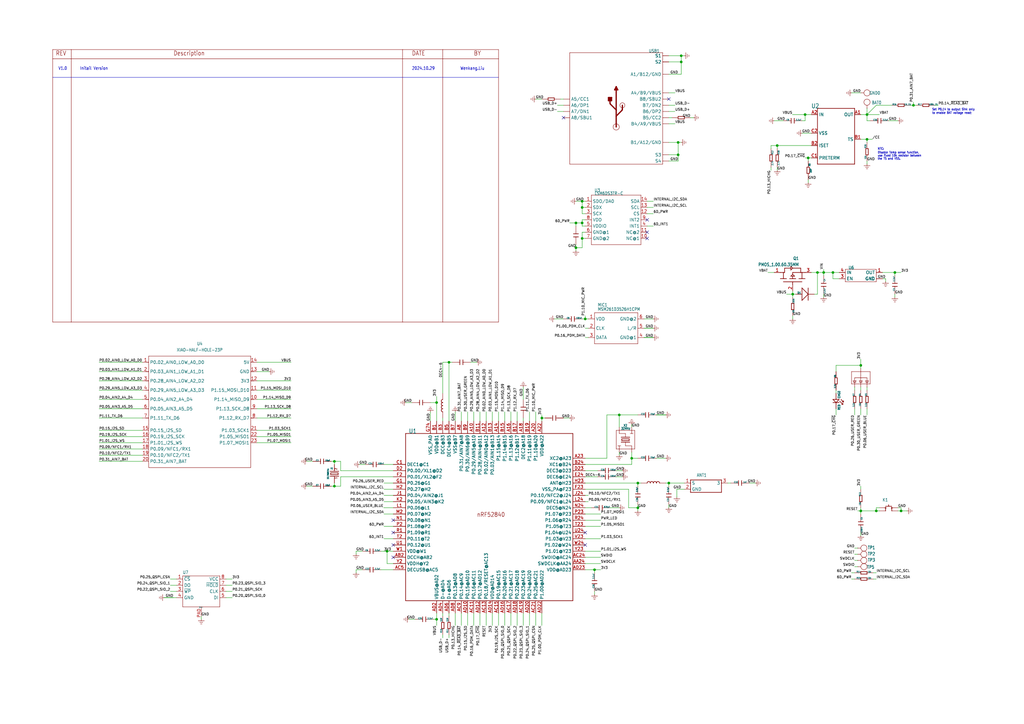
<source format=kicad_sch>
(kicad_sch (version 20231120) (generator "eeschema") (generator_version "8.0")
  (paper "A3")
  (junction (at 325.12 120.65))
  (junction (at 374.65 43.18))
  (junction (at 238.76 91.44))
  (junction (at 179.07 165.1))
  (junction (at 355.6 46.99))
  (junction (at 353.06 209.55))
  (junction (at 353.06 149.86))
  (junction (at 179.07 254))
  (junction (at 331.47 64.77))
  (junction (at 369.57 209.55))
  (junction (at 137.16 199.39))
  (junction (at 184.15 148.59))
  (junction (at 236.22 91.44))
  (junction (at 222.25 171.45))
  (junction (at 367.03 111.76))
  (junction (at 261.62 198.12))
  (junction (at 359.41 209.55))
  (junction (at 254 170.18))
  (junction (at 330.2 46.99))
  (junction (at 240.03 130.81))
  (junction (at 158.75 226.06))
  (junction (at 318.77 59.69))
  (junction (at 278.13 58.42))
  (junction (at 261.62 208.28))
  (junction (at 337.82 111.76))
  (junction (at 238.76 85.09))
  (junction (at 274.32 198.12))
  (junction (at 279.4 25.4))
  (junction (at 335.28 111.76))
  (junction (at 259.08 187.96))
  (junction (at 137.16 189.23))
  (junction (at 341.63 111.76))
  (junction (at 355.6 57.15))
  (junction (at 279.4 22.86))
  (junction (at 278.13 63.5))
  (junction (at 236.22 101.6))
  (junction (at 238.76 82.55))
  (junction (at 243.84 233.68))
  (junction (at 238.76 97.79))
  (no_connect (at 265.43 90.17))
  (no_connect (at 265.43 97.79))
  (no_connect (at 231.14 48.26))
  (no_connect (at 161.29 213.36))
  (no_connect (at 161.29 218.44))
  (no_connect (at 161.29 223.52))
  (no_connect (at 240.03 223.52))
  (no_connect (at 274.32 40.64))
  (no_connect (at 240.03 218.44))
  (no_connect (at 161.29 228.6))
  (no_connect (at 265.43 95.25))
  (wire (pts (xy 44.45 152.4) (xy 58.42 152.4)))
  (wire (pts (xy 40.64 156.21) (xy 58.42 156.21)) (stroke (width 0.1524)))
  (wire (pts (xy 360.68 208.28) (xy 359.41 208.28)) (stroke (width 0.1524)))
  (wire (pts (xy 240.03 220.98) (xy 246.38 220.98)))
  (wire (pts (xy 194.31 251.46) (xy 194.31 256.54)) (stroke (width 0.1524)))
  (wire (pts (xy 353.06 209.55) (xy 351.79 209.55)) (stroke (width 0.1524)))
  (wire (pts (xy 72.39 240.03) (xy 69.85 240.03)) (stroke (width 0.1524)))
  (wire (pts (xy 231.14 40.64) (xy 229.87 40.64)) (stroke (width 0.1524)))
  (wire (pts (xy 240.03 226.06) (xy 246.38 226.06)))
  (wire (pts (xy 355.6 57.15) (xy 355.6 58.42)) (stroke (width 0.1524)))
  (wire (pts (xy 241.3 134.62) (xy 240.03 134.62)))
  (wire (pts (xy 240.03 190.5) (xy 259.08 190.5)) (stroke (width 0.1524)))
  (wire (pts (xy 353.06 151.13) (xy 353.06 149.86)) (stroke (width 0.1524)))
  (wire (pts (xy 186.69 172.72) (xy 186.69 168.91)) (stroke (width 0.1524)))
  (wire (pts (xy 67.31 245.11) (xy 71.12 245.11)))
  (wire (pts (xy 328.93 54.61) (xy 332.74 54.61)) (stroke (width 0.1524)))
  (wire (pts (xy 161.29 215.9) (xy 157.48 215.9)) (stroke (width 0.1524)))
  (wire (pts (xy 201.93 172.72) (xy 201.93 168.91)) (stroke (width 0.1524)))
  (wire (pts (xy 40.64 148.59) (xy 58.42 148.59)) (stroke (width 0.1524)))
  (wire (pts (xy 92.71 245.11) (xy 95.25 245.11)) (stroke (width 0.1524)))
  (wire (pts (xy 240.03 187.96) (xy 248.92 187.96)) (stroke (width 0.1524)))
  (wire (pts (xy 351.79 229.87) (xy 350.52 229.87)) (stroke (width 0.1524)))
  (wire (pts (xy 274.32 30.48) (xy 279.4 30.48)) (stroke (width 0.1524)))
  (wire (pts (xy 181.61 252.73) (xy 181.61 251.46)) (stroke (width 0.1524)))
  (wire (pts (xy 274.32 198.12) (xy 280.67 198.12)) (stroke (width 0.1524)))
  (wire (pts (xy 128.27 189.23) (xy 125.73 189.23)))
  (wire (pts (xy 369.57 209.55) (xy 372.11 209.55)) (stroke (width 0.1524)))
  (wire (pts (xy 240.03 210.82) (xy 246.38 210.82)))
  (wire (pts (xy 105.41 167.64) (xy 119.38 167.64)) (stroke (width 0.1524)))
  (wire (pts (xy 227.33 130.81) (xy 231.14 130.81)) (stroke (width 0.1524)))
  (wire (pts (xy 228.6 45.72) (xy 231.14 45.72)) (stroke (width 0.1524)))
  (wire (pts (xy 222.25 171.45) (xy 222.25 172.72)) (stroke (width 0.1524)))
  (wire (pts (xy 166.37 165.1) (xy 168.91 165.1)) (stroke (width 0.1524)))
  (wire (pts (xy 157.48 190.5) (xy 161.29 190.5)) (stroke (width 0.1524)))
  (wire (pts (xy 279.4 25.4) (xy 279.4 22.86)) (stroke (width 0.1524)))
  (wire (pts (xy 161.29 220.98) (xy 157.48 220.98)) (stroke (width 0.1524)))
  (wire (pts (xy 316.23 68.58) (xy 316.23 69.85)) (stroke (width 0.1524)))
  (wire (pts (xy 238.76 97.79) (xy 238.76 95.25)) (stroke (width 0.1524)))
  (wire (pts (xy 199.39 251.46) (xy 199.39 256.54)) (stroke (width 0.1524)))
  (wire (pts (xy 265.43 85.09) (xy 267.97 85.09)) (stroke (width 0.1524)))
  (wire (pts (xy 196.85 172.72) (xy 196.85 168.91)) (stroke (width 0.1524)))
  (wire (pts (xy 278.13 66.04) (xy 278.13 63.5)) (stroke (width 0.1524)))
  (wire (pts (xy 184.15 172.72) (xy 184.15 148.59)) (stroke (width 0.1524)))
  (wire (pts (xy 358.14 237.49) (xy 359.41 237.49)) (stroke (width 0.1524)))
  (wire (pts (xy 167.64 254) (xy 170.18 254)) (stroke (width 0.1524)))
  (wire (pts (xy 332.74 111.76) (xy 335.28 111.76)) (stroke (width 0.1524)))
  (wire (pts (xy 92.71 240.03) (xy 95.25 240.03)) (stroke (width 0.1524)))
  (wire (pts (xy 361.95 111.76) (xy 367.03 111.76)) (stroke (width 0.1524)))
  (wire (pts (xy 128.27 199.39) (xy 125.73 199.39)))
  (wire (pts (xy 269.24 170.18) (xy 273.05 170.18)))
  (wire (pts (xy 349.25 38.1) (xy 353.06 38.1)) (stroke (width 0.1524)))
  (wire (pts (xy 353.06 160.02) (xy 353.06 158.75)) (stroke (width 0.1524)))
  (wire (pts (xy 240.03 90.17) (xy 238.76 90.17)) (stroke (width 0.1524)))
  (wire (pts (xy 259.08 185.42) (xy 259.08 187.96)) (stroke (width 0.1524)))
  (wire (pts (xy 92.71 237.49) (xy 95.25 237.49)) (stroke (width 0.1524)))
  (wire (pts (xy 238.76 92.71) (xy 240.03 92.71)) (stroke (width 0.1524)))
  (wire (pts (xy 254 208.28) (xy 250.19 208.28)))
  (wire (pts (xy 176.53 172.72) (xy 176.53 168.91)) (stroke (width 0.1524)))
  (wire (pts (xy 353.06 46.99) (xy 355.6 46.99)) (stroke (width 0.1524)))
  (wire (pts (xy 332.74 64.77) (xy 331.47 64.77)) (stroke (width 0.1524)))
  (wire (pts (xy 44.45 160.02) (xy 40.64 160.02)) (stroke (width 0.1524)))
  (wire (pts (xy 355.6 167.64) (xy 355.6 170.18)) (stroke (width 0.1524)))
  (wire (pts (xy 201.93 251.46) (xy 201.93 256.54)) (stroke (width 0.1524)))
  (wire (pts (xy 254 186.69) (xy 254 185.42)) (stroke (width 0.1524)))
  (wire (pts (xy 274.32 58.42) (xy 278.13 58.42)) (stroke (width 0.1524)))
  (wire (pts (xy 204.47 172.72) (xy 204.47 168.91)) (stroke (width 0.1524)))
  (wire (pts (xy 179.07 254) (xy 177.8 254)) (stroke (width 0.1524)))
  (wire (pts (xy 179.07 165.1) (xy 179.07 162.56)) (stroke (width 0.1524)))
  (wire (pts (xy 146.05 226.06) (xy 148.59 226.06)))
  (wire (pts (xy 353.06 200.66) (xy 353.06 199.39)) (stroke (width 0.1524)))
  (wire (pts (xy 179.07 172.72) (xy 179.07 165.1)) (stroke (width 0.1524)))
  (wire (pts (xy 161.29 208.28) (xy 157.353 208.28)) (stroke (width 0.1524)))
  (wire (pts (xy 217.17 256.54) (xy 217.17 251.46)) (stroke (width 0.1524)))
  (wire (pts (xy 238.76 87.63) (xy 238.76 85.09)) (stroke (width 0.1524)))
  (wire (pts (xy 240.03 233.68) (xy 243.84 233.68)) (stroke (width 0.1524)))
  (wire (pts (xy 359.41 43.18) (xy 355.6 46.99)) (stroke (width 0.1524)))
  (wire (pts (xy 367.03 111.76) (xy 369.57 111.76)) (stroke (width 0.1524)))
  (wire (pts (xy 373.38 43.18) (xy 374.65 43.18)) (stroke (width 0.1524)))
  (wire (pts (xy 355.6 46.99) (xy 355.6 44.45)) (stroke (width 0.1524)))
  (wire (pts (xy 383.54 43.18) (xy 384.81 43.18)) (stroke (width 0.1524)))
  (wire (pts (xy 279.4 30.48) (xy 279.4 25.4)) (stroke (width 0.1524)))
  (wire (pts (xy 265.43 92.71) (xy 267.97 92.71)) (stroke (width 0.1524)))
  (wire (pts (xy 40.64 171.45) (xy 58.42 171.45)) (stroke (width 0.1524)))
  (wire (pts (xy 257.81 200.66) (xy 257.81 208.28)) (stroke (width 0.1524)))
  (wire (pts (xy 261.62 208.28) (xy 261.62 207.01)))
  (wire (pts (xy 219.71 172.72) (xy 219.71 168.91)) (stroke (width 0.1524)))
  (wire (pts (xy 105.41 148.59) (xy 119.38 148.59)) (stroke (width 0.1524)))
  (wire (pts (xy 40.64 186.69) (xy 58.42 186.69)) (stroke (width 0.1524)))
  (wire (pts (xy 40.64 184.15) (xy 58.42 184.15)))
  (wire (pts (xy 353.06 219.71) (xy 353.06 218.44)) (stroke (width 0.1524)))
  (wire (pts (xy 236.22 92.71) (xy 236.22 91.44)) (stroke (width 0.1524)))
  (wire (pts (xy 355.6 57.15) (xy 357.759 57.15)) (stroke (width 0.1524)))
  (wire (pts (xy 238.76 82.55) (xy 240.03 82.55)))
  (wire (pts (xy 359.41 209.55) (xy 360.68 209.55)) (stroke (width 0.1524)))
  (wire (pts (xy 325.12 119.38) (xy 325.12 120.65)) (stroke (width 0.1524)))
  (wire (pts (xy 156.21 226.06) (xy 158.75 226.06)) (stroke (width 0.1524)))
  (wire (pts (xy 350.52 237.49) (xy 349.25 237.49)) (stroke (width 0.1524)))
  (wire (pts (xy 259.08 175.26) (xy 259.08 173.99)))
  (wire (pts (xy 274.32 45.72) (xy 276.86 45.72)) (stroke (width 0.1524)))
  (wire (pts (xy 223.52 171.45) (xy 222.25 171.45)) (stroke (width 0.1524)))
  (wire (pts (xy 137.16 189.23) (xy 137.16 190.5)) (stroke (width 0.1524)))
  (wire (pts (xy 254 175.26) (xy 254 170.18)) (stroke (width 0.1524)))
  (wire (pts (xy 240.03 198.12) (xy 261.62 198.12)) (stroke (width 0.1524)))
  (wire (pts (xy 181.61 172.72) (xy 181.61 171.45)) (stroke (width 0.1524)))
  (wire (pts (xy 161.29 198.12) (xy 157.48 198.12)) (stroke (width 0.1524)))
  (wire (pts (xy 219.71 40.64) (xy 222.25 40.64)))
  (wire (pts (xy 189.23 172.72) (xy 189.23 168.91)) (stroke (width 0.1524)))
  (wire (pts (xy 212.09 251.46) (xy 212.09 256.54)) (stroke (width 0.1524)))
  (wire (pts (xy 236.22 101.6) (xy 236.22 102.87)) (stroke (width 0.1524)))
  (wire (pts (xy 240.03 87.63) (xy 238.76 87.63)) (stroke (width 0.1524)))
  (wire (pts (xy 92.71 242.57) (xy 95.25 242.57)) (stroke (width 0.1524)))
  (wire (pts (xy 105.41 176.53) (xy 119.38 176.53)))
  (wire (pts (xy 161.29 193.04) (xy 139.7 193.04)) (stroke (width 0.1524)))
  (wire (pts (xy 264.16 138.43) (xy 267.97 138.43)) (stroke (width 0.1524)))
  (wire (pts (xy 274.32 22.86) (xy 279.4 22.86)) (stroke (width 0.1524)))
  (wire (pts (xy 179.07 254) (xy 179.07 256.54)) (stroke (width 0.1524)))
  (wire (pts (xy 105.41 163.83) (xy 119.38 163.83)) (stroke (width 0.1524)))
  (wire (pts (xy 135.89 199.39) (xy 137.16 199.39)) (stroke (width 0.1524)))
  (wire (pts (xy 334.01 120.65) (xy 335.28 120.65)) (stroke (width 0.1524)))
  (wire (pts (xy 135.89 189.23) (xy 137.16 189.23)) (stroke (width 0.1524)))
  (wire (pts (xy 317.5 111.76) (xy 314.96 111.76)) (stroke (width 0.1524)))
  (wire (pts (xy 222.25 171.45) (xy 222.25 170.18)) (stroke (width 0.1524)))
  (wire (pts (xy 265.43 82.55) (xy 267.97 82.55)) (stroke (width 0.1524)))
  (wire (pts (xy 40.64 176.53) (xy 58.42 176.53)))
  (wire (pts (xy 356.87 49.53) (xy 355.6 49.53)) (stroke (width 0.1524)))
  (wire (pts (xy 161.29 231.14) (xy 158.75 231.14)) (stroke (width 0.1524)))
  (wire (pts (xy 337.82 113.03) (xy 337.82 111.76)) (stroke (width 0.1524)))
  (wire (pts (xy 179.07 165.1) (xy 176.53 165.1)) (stroke (width 0.1524)))
  (wire (pts (xy 240.03 195.58) (xy 245.11 195.58)) (stroke (width 0.1524)))
  (wire (pts (xy 236.22 91.44) (xy 233.68 91.44)) (stroke (width 0.1524)))
  (wire (pts (xy 209.55 256.54) (xy 209.55 251.46)) (stroke (width 0.1524)))
  (wire (pts (xy 342.9 161.29) (xy 342.9 160.02)) (stroke (width 0.1524)))
  (wire (pts (xy 353.06 167.64) (xy 353.06 170.18)) (stroke (width 0.1524)))
  (wire (pts (xy 318.77 59.69) (xy 316.23 59.69)) (stroke (width 0.1524)))
  (wire (pts (xy 236.22 82.55) (xy 238.76 82.55)))
  (wire (pts (xy 261.62 208.28) (xy 261.62 209.55)) (stroke (width 0.1524)))
  (wire (pts (xy 207.01 172.72) (xy 207.01 168.91)) (stroke (width 0.1524)))
  (wire (pts (xy 359.41 209.55) (xy 359.41 208.28)) (stroke (width 0.1524)))
  (wire (pts (xy 325.12 120.65) (xy 325.12 121.92)) (stroke (width 0.1524)))
  (wire (pts (xy 259.08 190.5) (xy 259.08 187.96)) (stroke (width 0.1524)))
  (wire (pts (xy 191.77 172.72) (xy 191.77 168.91)) (stroke (width 0.1524)))
  (wire (pts (xy 369.57 209.55) (xy 368.3 209.55)) (stroke (width 0.1524)))
  (wire (pts (xy 353.06 57.15) (xy 355.6 57.15)) (stroke (width 0.1524)))
  (wire (pts (xy 161.29 200.66) (xy 157.48 200.66)) (stroke (width 0.1524)))
  (wire (pts (xy 358.14 234.95) (xy 359.41 234.95)) (stroke (width 0.1524)))
  (wire (pts (xy 209.55 172.72) (xy 209.55 168.91)) (stroke (width 0.1524)))
  (wire (pts (xy 161.29 210.82) (xy 157.48 210.82)) (stroke (width 0.1524)))
  (wire (pts (xy 363.22 114.3) (xy 361.95 114.3)))
  (wire (pts (xy 44.45 167.64) (xy 40.64 167.64)) (stroke (width 0.1524)))
  (wire (pts (xy 274.32 48.26) (xy 275.59 48.26)) (stroke (width 0.1524)))
  (wire (pts (xy 351.79 224.79) (xy 350.52 224.79)) (stroke (width 0.1524)))
  (wire (pts (xy 158.75 226.06) (xy 158.75 231.14)) (stroke (width 0.1524)))
  (wire (pts (xy 105.41 160.02) (xy 119.38 160.02)) (stroke (width 0.1524)))
  (wire (pts (xy 139.7 195.58) (xy 139.7 199.39)) (stroke (width 0.1524)))
  (wire (pts (xy 212.09 172.72) (xy 212.09 168.91)) (stroke (width 0.1524)))
  (wire (pts (xy 355.6 46.99) (xy 360.68 46.99)) (stroke (width 0.1524)))
  (wire (pts (xy 325.12 120.65) (xy 322.58 120.65)) (stroke (width 0.1524)))
  (wire (pts (xy 335.28 111.76) (xy 337.82 111.76)) (stroke (width 0.1524)))
  (wire (pts (xy 82.55 252.73) (xy 82.55 254)) (stroke (width 0.1524)))
  (wire (pts (xy 363.22 114.3) (xy 363.22 115.57)) (stroke (width 0.1524)))
  (wire (pts (xy 44.45 160.02) (xy 58.42 160.02)))
  (wire (pts (xy 337.82 111.76) (xy 341.63 111.76)) (stroke (width 0.1524)))
  (wire (pts (xy 299.72 198.12) (xy 298.45 198.12)))
  (wire (pts (xy 355.6 160.02) (xy 355.6 158.75)) (stroke (width 0.1524)))
  (wire (pts (xy 325.12 129.54) (xy 325.12 130.81)) (stroke (width 0.1524)))
  (wire (pts (xy 181.61 161.29) (xy 181.61 148.59)) (stroke (width 0.1524)))
  (wire (pts (xy 193.04 148.59) (xy 195.58 148.59)) (stroke (width 0.1524)))
  (wire (pts (xy 316.23 59.69) (xy 316.23 60.96)) (stroke (width 0.1524)))
  (wire (pts (xy 257.81 208.28) (xy 261.62 208.28)) (stroke (width 0.1524)))
  (wire (pts (xy 238.76 91.44) (xy 238.76 92.71)) (stroke (width 0.1524)))
  (wire (pts (xy 161.29 205.74) (xy 157.48 205.74)) (stroke (width 0.1524)))
  (wire (pts (xy 330.2 49.53) (xy 330.2 46.99)) (stroke (width 0.1524)))
  (wire (pts (xy 179.07 251.46) (xy 179.07 254)) (stroke (width 0.1524)))
  (wire (pts (xy 194.31 172.72) (xy 194.31 168.91)) (stroke (width 0.1524)))
  (wire (pts (xy 184.15 260.35) (xy 184.15 261.62)) (stroke (width 0.1524)))
  (wire (pts (xy 317.5 49.53) (xy 321.31 49.53)))
  (wire (pts (xy 139.7 199.39) (xy 137.16 199.39)) (stroke (width 0.1524)))
  (wire (pts (xy 274.32 50.8) (xy 276.86 50.8)) (stroke (width 0.1524)))
  (wire (pts (xy 278.13 58.42) (xy 279.4 58.42)) (stroke (width 0.1524)))
  (wire (pts (xy 243.84 234.95) (xy 243.84 233.68)) (stroke (width 0.1524)))
  (wire (pts (xy 277.622 200.66) (xy 280.67 200.66)) (stroke (width 0.1524)))
  (wire (pts (xy 307.34 198.12) (xy 309.88 198.12)))
  (wire (pts (xy 332.74 46.99) (xy 330.2 46.99)) (stroke (width 0.1524)))
  (wire (pts (xy 367.03 120.65) (xy 367.03 121.92)) (stroke (width 0.1524)))
  (wire (pts (xy 365.76 43.18) (xy 359.41 43.18)) (stroke (width 0.1524)))
  (wire (pts (xy 274.32 66.04) (xy 278.13 66.04)))
  (wire (pts (xy 254 170.18) (xy 261.62 170.18)) (stroke (width 0.1524)))
  (wire (pts (xy 240.03 200.66) (xy 257.81 200.66)) (stroke (width 0.1524)))
  (wire (pts (xy 181.61 260.35) (xy 181.61 261.62)) (stroke (width 0.1524)))
  (wire (pts (xy 238.76 85.09) (xy 238.76 82.55)) (stroke (width 0.1524)))
  (wire (pts (xy 328.93 49.53) (xy 330.2 49.53)) (stroke (width 0.1524)))
  (polyline (pts (xy 21.59 31.75) (xy 204.47 31.75)) (stroke (width 0.1524) (type solid)))
  (wire (pts (xy 199.39 172.72) (xy 199.39 168.91)) (stroke (width 0.1524)))
  (wire (pts (xy 191.77 251.46) (xy 191.77 256.54)))
  (wire (pts (xy 44.45 152.4) (xy 40.64 152.4)) (stroke (width 0.1524)))
  (wire (pts (xy 350.52 160.02) (xy 350.52 158.75)) (stroke (width 0.1524)))
  (wire (pts (xy 217.17 172.72) (xy 217.17 168.91)) (stroke (width 0.1524)))
  (wire (pts (xy 240.03 208.28) (xy 242.57 208.28)) (stroke (width 0.1524)))
  (wire (pts (xy 240.03 228.6) (xy 246.38 228.6)) (stroke (width 0.1524)))
  (wire (pts (xy 276.86 38.1) (xy 274.32 38.1)) (stroke (width 0.1524)))
  (wire (pts (xy 341.63 111.76) (xy 344.17 111.76)) (stroke (width 0.1524)))
  (wire (pts (xy 196.85 251.46) (xy 196.85 256.54)) (stroke (width 0.1524)))
  (wire (pts (xy 248.92 170.18) (xy 254 170.18)) (stroke (width 0.1524)))
  (wire (pts (xy 269.24 187.96) (xy 273.05 187.96)))
  (wire (pts (xy 355.6 66.04) (xy 355.6 67.31)) (stroke (width 0.1524)))
  (wire (pts (xy 238.76 90.17) (xy 238.76 91.44)) (stroke (width 0.1524)))
  (wire (pts (xy 186.69 251.46) (xy 186.69 256.54)) (stroke (width 0.1524)))
  (wire (pts (xy 353.06 208.28) (xy 353.06 209.55)) (stroke (width 0.1524)))
  (wire (pts (xy 274.32 43.18) (xy 276.86 43.18)) (stroke (width 0.1524)))
  (wire (pts (xy 353.06 209.55) (xy 359.41 209.55)) (stroke (width 0.1524)))
  (wire (pts (xy 139.7 193.04) (xy 139.7 189.23)) (stroke (width 0.1524)))
  (wire (pts (xy 240.03 193.04) (xy 245.11 193.04)) (stroke (width 0.1524)))
  (wire (pts (xy 207.01 251.46) (xy 207.01 256.54)) (stroke (width 0.1524)))
  (wire (pts (xy 240.03 203.2) (xy 241.3 203.2)) (stroke (width 0.1524)))
  (wire (pts (xy 283.21 48.26) (xy 284.48 48.26)) (stroke (width 0.1524)))
  (wire (pts (xy 156.21 233.68) (xy 161.29 233.68)) (stroke (width 0.1524)))
  (wire (pts (xy 72.39 237.49) (xy 69.85 237.49)) (stroke (width 0.1524)))
  (wire (pts (xy 214.63 172.72) (xy 214.63 171.45)) (stroke (width 0.1524)))
  (wire (pts (xy 342.9 167.64) (xy 342.9 170.18)) (stroke (width 0.1524)))
  (wire (pts (xy 335.28 120.65) (xy 335.28 111.76)) (stroke (width 0.1524)))
  (wire (pts (xy 105.41 152.4) (xy 110.49 152.4)) (stroke (width 0.1524)))
  (wire (pts (xy 364.49 49.53) (xy 368.3 49.53)) (stroke (width 0.1524)))
  (wire (pts (xy 355.6 49.53) (xy 355.6 46.99)) (stroke (width 0.1524)))
  (wire (pts (xy 261.62 199.39) (xy 261.62 198.12)) (stroke (width 0.1524)))
  (wire (pts (xy 374.65 43.18) (xy 374.65 41.91)) (stroke (width 0.1524)))
  (wire (pts (xy 318.77 60.96) (xy 318.77 59.69)) (stroke (width 0.1524)))
  (wire (pts (xy 158.75 226.06) (xy 161.29 226.06)))
  (wire (pts (xy 189.23 251.46) (xy 189.23 256.54)) (stroke (width 0.1524)))
  (wire (pts (xy 331.47 64.77) (xy 330.2 64.77)) (stroke (width 0.1524)))
  (wire (pts (xy 44.45 167.64) (xy 58.42 167.64)))
  (wire (pts (xy 261.62 198.12) (xy 262.89 198.12)) (stroke (width 0.1524)))
  (wire (pts (xy 240.03 130.81) (xy 238.76 130.81)) (stroke (width 0.1524)))
  (wire (pts (xy 238.76 101.6) (xy 238.76 97.79)) (stroke (width 0.1524)))
  (wire (pts (xy 350.52 234.95) (xy 349.25 234.95)) (stroke (width 0.1524)))
  (wire (pts (xy 204.47 251.46) (xy 204.47 256.54)))
  (wire (pts (xy 326.39 120.65) (xy 325.12 120.65)) (stroke (width 0.1524)))
  (wire (pts (xy 267.97 130.81) (xy 264.16 130.81)))
  (wire (pts (xy 184.15 148.59) (xy 181.61 148.59)) (stroke (width 0.1524)))
  (wire (pts (xy 264.16 138.43) (xy 267.97 138.43)))
  (wire (pts (xy 72.39 242.57) (xy 69.85 242.57)) (stroke (width 0.1524)))
  (wire (pts (xy 318.77 59.69) (xy 332.74 59.69)) (stroke (width 0.1524)))
  (wire (pts (xy 236.22 101.6) (xy 238.76 101.6)) (stroke (width 0.1524)))
  (wire (pts (xy 324.993 46.99) (xy 330.2 46.99)) (stroke (width 0.1524)))
  (wire (pts (xy 105.41 181.61) (xy 119.38 181.61)))
  (wire (pts (xy 279.4 22.86) (xy 280.67 22.86)) (stroke (width 0.1524)))
  (wire (pts (xy 318.77 69.85) (xy 318.77 68.58)))
  (wire (pts (xy 161.29 203.2) (xy 157.48 203.2)) (stroke (width 0.1524)))
  (wire (pts (xy 40.64 189.23) (xy 58.42 189.23)) (stroke (width 0.1524)))
  (wire (pts (xy 137.16 199.39) (xy 137.16 198.12)) (stroke (width 0.1524)))
  (wire (pts (xy 240.03 231.14) (xy 246.38 231.14)) (stroke (width 0.1524)))
  (wire (pts (xy 331.47 64.77) (xy 331.47 66.04)) (stroke (width 0.1524)))
  (wire (pts (xy 351.79 232.41) (xy 350.52 232.41)) (stroke (width 0.1524)))
  (wire (pts (xy 259.08 187.96) (xy 261.62 187.96)) (stroke (width 0.1524)))
  (wire (pts (xy 240.03 97.79) (xy 238.76 97.79)) (stroke (width 0.1524)))
  (wire (pts (xy 147.32 190.5) (xy 149.86 190.5)))
  (wire (pts (xy 214.63 162.56) (xy 214.63 158.75)) (stroke (width 0.1524)))
  (wire (pts (xy 231.14 43.18) (xy 228.6 43.18)) (stroke (width 0.1524)))
  (wire (pts (xy 105.41 179.07) (xy 119.38 179.07)))
  (wire (pts (xy 369.57 208.28) (xy 369.57 209.55)) (stroke (width 0.1524)))
  (wire (pts (xy 240.03 213.36) (xy 246.38 213.36)) (stroke (width 0.1524)))
  (wire (pts (xy 146.05 233.68) (xy 146.05 234.95)) (stroke (width 0.1524)))
  (wire (pts (xy 342.9 149.86) (xy 353.06 149.86)) (stroke (width 0.1524)))
  (wire (pts (xy 344.17 114.3) (xy 341.63 114.3)) (stroke (width 0.1524)))
  (wire (pts (xy 252.73 195.58) (xy 255.27 195.58)) (stroke (width 0.1524)))
  (wire (pts (xy 337.82 121.92) (xy 337.82 120.65)) (stroke (width 0.1524)))
  (wire (pts (xy 252.73 193.04) (xy 255.27 193.04)) (stroke (width 0.1524)))
  (wire (pts (xy 139.7 189.23) (xy 137.16 189.23)) (stroke (width 0.1524)))
  (wire (pts (xy 238.76 95.25) (xy 240.03 95.25)) (stroke (width 0.1524)))
  (wire (pts (xy 146.05 226.06) (xy 146.05 227.33)) (stroke (width 0.1524)))
  (wire (pts (xy 264.16 134.62) (xy 267.97 134.62)))
  (wire (pts (xy 241.3 130.81) (xy 240.03 130.81)))
  (wire (pts (xy 274.32 63.5) (xy 278.13 63.5)) (stroke (width 0.1524)))
  (wire (pts (xy 241.3 138.43) (xy 240.03 138.43)))
  (wire (pts (xy 351.79 227.33) (xy 350.52 227.33)) (stroke (width 0.1524)))
  (wire (pts (xy 277.622 200.66) (xy 277.622 203.962)) (stroke (width 0.1524)))
  (wire (pts (xy 214.63 251.46) (xy 214.63 256.54)) (stroke (width 0.1524)))
  (wire (pts (xy 265.43 87.63) (xy 267.97 87.63)) (stroke (width 0.1524)))
  (wire (pts (xy 273.05 198.12) (xy 274.32 198.12)) (stroke (width 0.1524)))
  (wire (pts (xy 40.64 163.83) (xy 58.42 163.83)) (stroke (width 0.1524)))
  (wire (pts (xy 40.64 179.07) (xy 58.42 179.07)))
  (wire (pts (xy 274.32 199.39) (xy 274.32 198.12)) (stroke (width 0.1524)))
  (wire (pts (xy 161.29 195.58) (xy 139.7 195.58)) (stroke (width 0.1524)))
  (wire (pts (xy 184.15 148.59) (xy 185.42 148.59)) (stroke (width 0.1524)))
  (wire (pts (xy 368.3 208.28) (xy 369.57 208.28)) (stroke (width 0.1524)))
  (wire (pts (xy 222.25 251.46) (xy 222.25 256.54)) (stroke (width 0.1524)))
  (wire (pts (xy 236.22 100.33) (xy 236.22 101.6)) (stroke (width 0.1524)))
  (wire (pts (xy 331.47 73.66) (xy 331.47 74.93)) (stroke (width 0.1524)))
  (wire (pts (xy 240.03 205.74) (xy 241.3 205.74)) (stroke (width 0.1524)))
  (wire (pts (xy 274.32 208.28) (xy 274.32 207.01)))
  (wire (pts (xy 40.64 181.61) (xy 58.42 181.61)))
  (wire (pts (xy 342.9 152.4) (xy 342.9 149.86)) (stroke (width 0.1524)))
  (wire (pts (xy 278.13 63.5) (xy 278.13 58.42)) (stroke (width 0.1524)))
  (wire (pts (xy 337.82 111.76) (xy 337.82 110.49)) (stroke (width 0.1524)))
  (wire (pts (xy 341.63 114.3) (xy 341.63 111.76)) (stroke (width 0.1524)))
  (wire (pts (xy 219.71 251.46) (xy 219.71 256.54)) (stroke (width 0.1524)))
  (wire (pts (xy 105.41 171.45) (xy 119.38 171.45)) (stroke (width 0.1524)))
  (wire (pts (xy 367.03 113.03) (xy 367.03 111.76)) (stroke (width 0.1524)))
  (wire (pts (xy 184.15 252.73) (xy 184.15 251.46)) (stroke (width 0.1524)))
  (wire (pts (xy 214.63 162.56) (xy 214.63 163.83)))
  (wire (pts (xy 248.92 187.96) (xy 248.92 170.18)) (stroke (width 0.1524)))
  (wire (pts (xy 243.84 233.68) (xy 246.38 233.68)) (stroke (width 0.1524)))
  (wire (pts (xy 236.22 91.44) (xy 238.76 91.44)) (stroke (width 0.1524)))
  (wire (pts (xy 240.03 130.81) (xy 240.03 129.54)) (stroke (width 0.1524)))
  (wire (pts (xy 353.06 149.86) (xy 353.06 147.32)) (stroke (width 0.1524)))
  (wire (pts (xy 350.52 167.64) (xy 350.52 170.18)) (stroke (width 0.1524)))
  (wire (pts (xy 67.31 245.11) (xy 72.39 245.11)) (stroke (width 0.1524)))
  (wire (pts (xy 353.06 209.55) (xy 353.06 210.82)) (stroke (width 0.1524)))
  (wire (pts (xy 274.32 25.4) (xy 279.4 25.4)) (stroke (width 0.1524)))
  (wire (pts (xy 157.48 226.06) (xy 158.75 226.06)))
  (wire (pts (xy 105.41 156.21) (xy 119.38 156.21)) (stroke (width 0.1524)))
  (wire (pts (xy 231.14 171.45) (xy 233.68 171.45)))
  (wire (pts (xy 243.84 242.57) (xy 243.84 243.84)) (stroke (width 0.1524)))
  (wire (pts (xy 269.24 170.18) (xy 273.05 170.18)) (stroke (width 0.1524)))
  (wire (pts (xy 264.16 134.62) (xy 267.97 134.62)) (stroke (width 0.1524)))
  (wire (pts (xy 240.03 85.09) (xy 238.76 85.09)) (stroke (width 0.1524)))
  (wire (pts (xy 146.05 233.68) (xy 148.59 233.68)))
  (wire (pts (xy 240.03 215.9) (xy 246.38 215.9)))
  (wire (pts (xy 374.65 43.18) (xy 375.92 43.18)) (stroke (width 0.1524)))
  (text "the TS and VSS." (at 359.918 65.786 0) (effects (font (size 0.889 0.7556)) (justify left bottom)))
  (text "Disable Temp sense function," (at 359.918 63.246 0) (effects (font (size 0.889 0.7556)) (justify left bottom)))
  (text "NTC:" (at 359.918 61.722 0) (effects (font (size 0.889 0.7556)) (justify left bottom)))
  (text "use fixed 10k resistor between" (at 359.918 64.516 0) (effects (font (size 0.889 0.7556)) (justify left bottom)))
  (text "Initail Version" (at 32.766 28.956 0) (effects (font (size 1.27 1.0795)) (justify left bottom)))
  (text "Wenkang.Liu" (at 188.722 28.956 0) (effects (font (size 1.27 1.0795)) (justify left bottom)))
  (text "V1.0" (at 23.876 28.956 0) (effects (font (size 1.27 1.0795)) (justify left bottom)))
  (text "2024.10.29" (at 168.91 28.956 0) (effects (font (size 1.27 1.0795)) (justify left bottom)))
  (text "Set P0.14 to output Sink only\nto enable BAT voltage read;" (at 382.27 46.99 0) (effects (font (size 0.889 0.7556)) (justify left bottom)))
  (label "P0.05_AIN3_A5_D5" (at 157.48 205.74 180) (effects (font (size 1 1))))
  (label "3V3" (at 201.93 256.54 270) (effects (font (size 1 1))))
  (label "USB_D+" (at 276.86 45.72 0) (effects (font (size 1 1))))
  (label "P0.31_AIN7_BAT" (at 374.65 41.91 90) (effects (font (size 1 1))))
  (label "P0.09{slash}NFC1{slash}RX1" (at 40.64 184.15 0) (effects (font (size 1 1))))
  (label "P1.13_SCK_D8" (at 119.38 167.64 180) (effects (font (size 1 1))))
  (label "GND" (at 328.93 54.61 0) (effects (font (size 1 1))))
  (label "GND" (at 193.04 148.59 0) (effects (font (size 1 1))))
  (label "6D_PWR" (at 157.48 215.9 180) (effects (font (size 1 1))))
  (label "VBUS" (at 276.86 38.1 0) (effects (font (size 1 1))))
  (label "P0.17_~{CHG}" (at 196.85 256.54 270) (effects (font (size 1 1))))
  (label "GND" (at 252.73 193.04 0) (effects (font (size 1 1))))
  (label "P1.15_MOSI_D10" (at 119.38 160.02 180) (effects (font (size 1 1))))
  (label "DEC4-6" (at 181.61 148.59 270) (effects (font (size 1 1))))
  (label "3V3" (at 179.07 162.56 90) (effects (font (size 1 1))))
  (label "P1.01_I2S_WS" (at 246.38 226.06 0) (effects (font (size 1 1))))
  (label "PWR_LED" (at 246.38 213.36 0) (effects (font (size 1 1))))
  (label "GND" (at 364.49 49.53 0) (effects (font (size 1 1))))
  (label "GND" (at 233.68 171.45 180) (effects (font (size 1 1))))
  (label "P1.14_MISO_D9" (at 119.38 163.83 180) (effects (font (size 1 1))))
  (label "P0.20_QSPI_SIO_0" (at 207.01 256.54 270) (effects (font (size 1 1))))
  (label "VBUS" (at 119.38 148.59 180) (effects (font (size 1 1))))
  (label "INTERNAL_I2C_SCL" (at 359.41 234.95 0) (effects (font (size 1 1))))
  (label "GND" (at 146.05 226.06 0) (effects (font (size 1 1))))
  (label "P1.07_MOSI1" (at 246.38 210.82 0) (effects (font (size 1 1))))
  (label "P1.13_SCK_D8" (at 209.55 168.91 90) (effects (font (size 1 1))))
  (label "6D_PWR" (at 349.25 234.95 180) (effects (font (size 1 1))))
  (label "GND" (at 267.97 134.62 180) (effects (font (size 1 1))))
  (label "GND" (at 243.84 242.57 0) (effects (font (size 1 1))))
  (label "P0.17_~{CHG}" (at 330.2 64.77 180) (effects (font (size 1 1))))
  (label "P1.07_MOSI1" (at 119.38 181.61 180) (effects (font (size 1 1))))
  (label "GND" (at 259.08 175.26 0) (effects (font (size 1 1))))
  (label "P0.13_HICHG" (at 186.69 256.54 270) (effects (font (size 1 1))))
  (label "SWDCLK" (at 350.52 229.87 180) (effects (font (size 1 1))))
  (label "P0.30_USER_GREEN" (at 191.77 168.91 90) (effects (font (size 1 1))))
  (label "P0.03_AIN1_LOW_A1_D1" (at 201.93 168.91 90) (effects (font (size 1 1))))
  (label "P0.20_QSPI_SIO_0" (at 95.25 245.11 0) (effects (font (size 1 1))))
  (label "6D_PWR" (at 349.25 237.49 180) (effects (font (size 1 1))))
  (label "3V3" (at 246.38 233.68 0) (effects (font (size 1 1))))
  (label "P1.00_PDM_CLK" (at 222.25 256.54 270) (effects (font (size 1 1))))
  (label "VBUS" (at 324.993 46.99 180) (effects (font (size 1 1))))
  (label "6D_PWR" (at 233.68 91.44 180) (effects (font (size 1 1))))
  (label "3V3" (at 353.06 147.32 90) (effects (font (size 1 1))))
  (label "P0.25_QSPI_CSN" (at 219.71 256.54 270) (effects (font (size 1 1))))
  (label "P0.09{slash}NFC1{slash}RX1" (at 241.3 205.74 0) (effects (font (size 1 1))))
  (label "GND" (at 267.97 130.81 180) (effects (font (size 1 1))))
  (label "P0.30_USER_GREEN" (at 353.06 170.18 270) (effects (font (size 1 1))))
  (label "GND" (at 186.69 172.72 90) (effects (font (size 1 1))))
  (label "GND" (at 110.49 152.4 180) (effects (font (size 1 1))))
  (label "GND" (at 168.91 165.1 180) (effects (font (size 1 1))))
  (label "P1.12_RX_D7" (at 119.38 171.45 180) (effects (font (size 1 1))))
  (label "P0.14_~{READ_BAT}" (at 384.81 43.18 0) (effects (font (size 1 1))))
  (label "GND" (at 318.77 49.53 0) (effects (font (size 1 1))))
  (label "VIN" (at 337.82 110.49 90) (effects (font (size 1 1))))
  (label "P0.10{slash}NFC2{slash}TX1" (at 241.3 203.2 0) (effects (font (size 1 1))))
  (label "P0.06_USER_BLUE" (at 157.353 208.28 180) (effects (font (size 1 1))))
  (label "VBUS" (at 276.86 50.8 0) (effects (font (size 1 1))))
  (label "GND" (at 214.63 162.56 90) (effects (font (size 1 1))))
  (label "GND" (at 368.3 208.28 0) (effects (font (size 1 1))))
  (label "INTERNAL_I2C_SDA" (at 359.41 237.49 0) (effects (font (size 1 1))))
  (label "3V3" (at 369.57 111.76 0) (effects (font (size 1 1))))
  (label "GND" (at 236.22 82.55 0) (effects (font (size 1 1))))
  (label "INTERNAL_I2C_SCL" (at 157.48 200.66 180) (effects (font (size 1 1))))
  (label "SWDIO" (at 350.52 232.41 180) (effects (font (size 1 1))))
  (label "3V3" (at 353.06 199.39 90) (effects (font (size 1 1))))
  (label "P0.16_PDM_DATA" (at 194.31 256.54 270) (effects (font (size 1 1))))
  (label "3V3" (at 157.48 226.06 0) (effects (font (size 1 1))))
  (label "GND" (at 350.52 224.79 180) (effects (font (size 1 1))))
  (label "GND" (at 269.24 187.96 0) (effects (font (size 1 1))))
  (label "P0.24_QSPI_SIO_1" (at 69.85 240.03 180) (effects (font (size 1 1))))
  (label "GND" (at 353.06 219.71 0) (effects (font (size 1 1))))
  (label "GND" (at 71.12 245.11 180) (effects (font (size 1 1))))
  (label "VBAT" (at 314.96 111.76 180) (effects (font (size 1 1))))
  (label "GND" (at 337.82 121.92 0) (effects (font (size 1 1))))
  (label "GND" (at 176.53 172.72 90) (effects (font (size 1 1))))
  (label "GND" (at 128.27 189.23 180) (effects (font (size 1 1))))
  (label "P0.26_USER_RED" (at 350.52 170.18 270) (effects (font (size 1 1))))
  (label "P0.21_QSPI_SCK" (at 209.55 256.54 270) (effects (font (size 1 1))))
  (label "GND" (at 252.73 195.58 0) (effects (font (size 1 1))))
  (label "P0.31_AIN7_BAT" (at 40.64 189.23 0) (effects (font (size 1 1))))
  (label "P1.10_MIC_PWR" (at 219.71 168.91 90) (effects (font (size 1 1))))
  (label "GND" (at 254 186.69 0) (effects (font (size 1 1))))
  (label "GND" (at 353.06 38.1 180) (effects (font (size 1 1))))
  (label "3V3" (at 95.25 237.49 0) (effects (font (size 1 1))))
  (label "P1.11_TX_D6" (at 217.17 168.91 90) (effects (font (size 1 1))))
  (label "INTERNAL_I2C_SDA" (at 157.48 210.82 180) (effects (font (size 1 1))))
  (label "GND" (at 318.77 69.85 0) (effects (font (size 1 1))))
  (label "P0.03_AIN1_LOW_A1_D1" (at 40.64 152.4 0) (effects (font (size 1 1))))
  (label "P0.22_QSPI_SIO_2" (at 69.85 242.57 180) (effects (font (size 1 1))))
  (label "GND" (at 147.32 190.5 0) (effects (font (size 1 1))))
  (label "P1.05_MISO1" (at 246.38 215.9 0) (effects (font (size 1 1))))
  (label "P0.02_AIN0_LOW_A0_D0" (at 40.64 148.59 0) (effects (font (size 1 1))))
  (label "P1.05_MISO1" (at 119.38 179.07 180) (effects (font (size 1 1))))
  (label "P0.19_I2S_SCK" (at 204.47 256.54 270) (effects (font (size 1 1))))
  (label "6D_INT1" (at 157.48 220.98 180) (effects (font (size 1 1))))
  (label "P0.24_QSPI_SIO_1" (at 217.17 256.54 270) (effects (font (size 1 1))))
  (label "P0.29_AIN5_LOW_A3_D3" (at 194.31 168.91 90) (effects (font (size 1 1))))
  (label "GND" (at 325.12 129.54 0) (effects (font (size 1 1))))
  (label "GND" (at 231.14 130.81 180) (effects (font (size 1 1))))
  (label "P0.19_I2S_SCK" (at 40.64 179.07 0) (effects (font (size 1 1))))
  (label "GND" (at 367.03 120.65 0) (effects (font (size 1 1))))
  (label "P0.22_QSPI_SIO_2" (at 212.09 256.54 270) (effects (font (size 1 1))))
  (label "P0.25_QSPI_CSN" (at 69.85 237.49 180) (effects (font (size 1 1))))
  (label "VBUS" (at 179.07 256.54 270) (effects (font (size 1 1))))
  (label "GND" (at 267.97 138.43 180) (effects (font (size 1 1))))
  (label "P0.23_QSPI_SIO_3" (at 95.25 240.03 0) (effects (font (size 1 1))))
  (label "P0.17_~{CHG}" (at 342.9 170.18 270) (effects (font (size 1 1))))
  (label "P1.14_MISO_D9" (at 207.01 168.91 90) (effects (font (size 1 1))))
  (label "GND" (at 331.47 73.66 0) (effects (font (size 1 1))))
  (label "P0.05_AIN3_A5_D5" (at 40.64 167.64 0) (effects (font (size 1 1))))
  (label "P0.13_HICHG" (at 316.23 69.85 270) (effects (font (size 1 1))))
  (label "USB_D-" (at 181.61 261.62 270) (effects (font (size 1 1))))
  (label "P1.12_RX_D7" (at 212.09 168.91 90) (effects (font (size 1 1))))
  (label "GND" (at 363.22 114.3 180) (effects (font (size 1 1))))
  (label "RESET" (at 351.79 209.55 180) (effects (font (size 1 1))))
  (label "RESET" (at 199.39 256.54 270) (effects (font (size 1 1))))
  (label "VBUS" (at 322.58 120.65 180) (effects (font (size 1 1))))
  (label "USB_D+" (at 184.15 261.62 270) (effects (font (size 1 1))))
  (label "GND" (at 82.55 252.73 0) (effects (font (size 1 1))))
  (label "GND" (at 236.22 101.6 180) (effects (font (size 1 1))))
  (label "USB_D+" (at 228.6 43.18 180) (effects (font (size 1 1))))
  (label "P0.16_PDM_DATA" (at 240.03 138.43 180) (effects (font (size 1 1))))
  (label "GND" (at 355.6 66.04 0) (effects (font (size 1 1))))
  (label "GND" (at 269.24 170.18 0) (effects (font (size 1 1))))
  (label "VBAT" (at 360.68 46.99 0) (effects (font (size 1 1))))
  (label "GND" (at 261.62 208.28 0) (effects (font (size 1 1))))
  (label "P0.21_QSPI_SCK" (at 95.25 242.57 0) (effects (font (size 1 1))))
  (label "USB_D-" (at 276.86 43.18 0) (effects (font (size 1 1))))
  (label "P0.14_~{READ_BAT}" (at 189.23 256.54 270) (effects (font (size 1 1))))
  (label "GND" (at 254 208.28 180) (effects (font (size 1 1))))
  (label "GND" (at 146.05 233.68 0) (effects (font (size 1 1))))
  (label "GND" (at 219.71 40.64 0) (effects (font (size 1 1))))
  (label "P1.11_TX_D6" (at 40.64 171.45 0) (effects (font (size 1 1))))
  (label "INTERNAL_I2C_SCL" (at 267.97 85.09 0) (effects (font (size 1 1))))
  (label "P0.28_AIN4_LOW_A2_D2" (at 40.64 156.21 0) (effects (font (size 1 1))))
  (label "P0.31_AIN7_BAT" (at 189.23 168.91 90) (effects (font (size 1 1))))
  (label "3V3" (at 222.25 170.18 90) (effects (font (size 1 1))))
  (label "P1.00_PDM_CLK" (at 240.03 134.62 180) (effects (font (size 1 1))))
  (label "P0.04_AIN2_A4_D4" (at 40.64 163.83 0) (effects (font (size 1 1))))
  (label "GND" (at 283.21 48.26 180) (effects (font (size 1 1))))
  (label "P0.06_USER_BLUE" (at 355.6 170.18 270) (effects (font (size 1 1))))
  (label "P0.26_USER_RED" (at 157.48 198.12 180) (effects (font (size 1 1))))
  (label "GND" (at 278.13 66.04 180) (effects (font (size 1 1))))
  (label "P0.23_QSPI_SIO_3" (at 214.63 256.54 270) (effects (font (size 1 1))))
  (label "SWDIO" (at 246.38 228.6 0) (effects (font (size 1 1))))
  (label "GND" (at 278.13 30.48 180) (effects (font (size 1 1))))
  (label "DEC4-6" (at 240.03 195.58 0) (effects (font (size 1 1))))
  (label "INTERNAL_I2C_SDA" (at 267.97 82.55 0) (effects (font (size 1 1))))
  (label "P1.01_I2S_WS" (at 40.64 181.61 0) (effects (font (size 1 1))))
  (label "RESET" (at 350.52 227.33 180) (effects (font (size 1 1))))
  (label "GND" (at 279.4 200.66 180) (effects (font (size 1 1))))
  (label "P0.15_I2S_SD" (at 40.64 176.53 0) (effects (font (size 1 1))))
  (label "6D_PWR" (at 267.97 87.63 0) (effects (font (size 1 1))))
  (label "P1.15_MOSI_D10" (at 204.47 168.91 90) (effects (font (size 1 1))))
  (label "P1.03_SCK1" (at 119.38 176.53 180) (effects (font (size 1 1))))
  (label "P1.03_SCK1" (at 246.38 220.98 0) (effects (font (size 1 1))))
  (label "GND" (at 309.88 198.12 180) (effects (font (size 1 1))))
  (label "P0.15_I2S_SD" (at 191.77 256.54 270) (effects (font (size 1 1))))
  (label "6D_INT1" (at 267.97 92.71 0) (effects (font (size 1 1))))
  (label "P0.10{slash}NFC2{slash}TX1" (at 40.64 186.69 0) (effects (font (size 1 1))))
  (label "P1.10_MIC_PWR" (at 240.03 129.54 90) (effects (font (size 1 1))))
  (label "P0.29_AIN5_LOW_A3_D3" (at 40.64 160.02 0) (effects (font (size 1 1))))
  (label "3V3" (at 119.38 156.21 180) (effects (font (size 1 1))))
  (label "/CE" (at 357.759 57.15 0) (effects (font (size 1 1))))
  (label "USB_D-" (at 228.6 45.72 180) (effects (font (size 1 1))))
  (label "SWDCLK" (at 246.38 231.14 0) (effects (font (size 1 1))))
  (label "P0.28_AIN4_LOW_A2_D2" (at 196.85 168.91 90) (effects (font (size 1 1))))
  (label "P0.02_AIN0_LOW_A0_D0" (at 199.39 168.91 90) (effects (font (size 1 1))))
  (label "P0.04_AIN2_A4_D4" (at 157.48 203.2 180) (effects (font (size 1 1))))
  (label "GND" (at 128.27 199.39 180) (effects (font (size 1 1))))
  (label "GND" (at 170.18 254 180) (effects (font (size 1 1))))
  (label "GND" (at 274.32 208.28 0) (effects (font (size 1 1))))
  (symbol (lib_id "Seeed Studio XIAO nRF52840 v1.1-eagle-import:GND_POWER") (at 325.12 130.81 0) (unit 1)
    (property "Reference" "#G012" (effects (hide yes)))
    (property "Value" "GND_POWER" (effects (hide yes)))
  )
  (symbol (lib_id "Seeed Studio XIAO nRF52840 v1.1-eagle-import:GND_POWER") (at 219.71 40.64 270) (unit 1)
    (property "Reference" "#G04" (effects (hide yes)))
    (property "Value" "GND_POWER" (effects (hide yes)))
  )
  (symbol (lib_id "Seeed Studio XIAO nRF52840 v1.1-eagle-import:C-0201") (at 261.62 203.2 90) (unit 1)
    (property "Reference" "C36" (at 261.62 205.74 0) (effects (font (size 0.635 0.5397)) (justify left bottom)))
    (property "Value" "0.8pF" (at 261.62 201.93 0) (effects (font (size 0.635 0.5397)) (justify left bottom)))
    (property "Footprint" "Seeed Studio XIAO nRF52840 v1.1:C0201" (effects (hide yes)))
  )
  (symbol (lib_id "Seeed Studio XIAO nRF52840 v1.1-eagle-import:C-0201") (at 153.67 190.5 0) (unit 1)
    (property "Reference" "C24" (at 151.13 190.5 0) (effects (font (size 0.635 0.5397)) (justify left bottom)))
    (property "Value" "100nF" (at 154.94 190.5 0) (effects (font (size 0.635 0.5397)) (justify left bottom)))
    (property "Footprint" "Seeed Studio XIAO nRF52840 v1.1:C0201" (effects (hide yes)))
  )
  (symbol (lib_id "Seeed Studio XIAO nRF52840 v1.1-eagle-import:SENSOR-LSM6DS3TR-C") (at 252.73 90.17 0) (unit 1)
    (property "Reference" "U3" (at 243.84 78.74 0) (effects (font (size 1.27 1.0795)) (justify left bottom)))
    (property "Value" "LSM6DS3TR-C" (at 243.84 80.01 0) (effects (font (size 1.27 1.0795)) (justify left bottom)))
    (property "Footprint" "Seeed Studio XIAO nRF52840 v1.1:LGA14-0.5-2.5X3X0.86MM" (effects (hide yes)))
  )
  (symbol (lib_id "Seeed Studio XIAO nRF52840 v1.1-eagle-import:C-0201") (at 265.43 187.96 0) (unit 1)
    (property "Reference" "C33" (at 262.89 187.96 0) (effects (font (size 0.635 0.5397)) (justify left bottom)))
    (property "Value" "15pF" (at 266.7 187.96 0) (effects (font (size 0.635 0.5397)) (justify left bottom)))
    (property "Footprint" "Seeed Studio XIAO nRF52840 v1.1:C0201" (effects (hide yes)))
  )
  (symbol (lib_id "Seeed Studio XIAO nRF52840 v1.1-eagle-import:R-0201") (at 355.6 163.83 90) (mirror x) (unit 1)
    (property "Reference" "R3" (at 355.6 161.29 0) (effects (font (size 0.635 0.5397)) (justify left bottom)))
    (property "Value" "2.2k" (at 355.6 165.1 0) (effects (font (size 0.635 0.5397)) (justify left bottom)))
    (property "Footprint" "Seeed Studio XIAO nRF52840 v1.1:R0201" (effects (hide yes)))
  )
  (symbol (lib_id "Seeed Studio XIAO nRF52840 v1.1-eagle-import:GND_POWER") (at 318.77 69.85 0) (unit 1)
    (property "Reference" "#G09" (effects (hide yes)))
    (property "Value" "GND_POWER" (effects (hide yes)))
  )
  (symbol (lib_id "Seeed Studio XIAO nRF52840 v1.1-eagle-import:GND_POWER") (at 280.67 22.86 90) (unit 1)
    (property "Reference" "#G05" (effects (hide yes)))
    (property "Value" "GND_POWER" (effects (hide yes)))
  )
  (symbol (lib_id "Seeed Studio XIAO nRF52840 v1.1-eagle-import:TEST-POINT'4080'") (at 355.6 41.91 270) (mirror x) (unit 1)
    (property "Reference" "BAT0" (at 357.505 41.402 90) (effects (font (size 1.27 1.0795)) (justify left bottom)))
    (property "Value" "TEST-POINT'4080'" (effects (hide yes)))
    (property "Footprint" "Seeed Studio XIAO nRF52840 v1.1:TP-80X40MIL" (effects (hide yes)))
  )
  (symbol (lib_id "Seeed Studio XIAO nRF52840 v1.1-eagle-import:GND_POWER") (at 317.5 49.53 270) (unit 1)
    (property "Reference" "#G02" (effects (hide yes)))
    (property "Value" "GND_POWER" (effects (hide yes)))
  )
  (symbol (lib_id "Seeed Studio XIAO nRF52840 v1.1-eagle-import:GND_POWER") (at 125.73 199.39 270) (unit 1)
    (property "Reference" "#U$03" (effects (hide yes)))
    (property "Value" "GND_POWER" (effects (hide yes)))
  )
  (symbol (lib_id "Seeed Studio XIAO nRF52840 v1.1-eagle-import:TLV733P") (at 353.06 113.03 0) (unit 1)
    (property "Reference" "U6" (at 347.98 110.49 0) (effects (font (size 1.27 1.0795)) (justify left bottom)))
    (property "Value" "3.3V" (effects (hide yes)))
    (property "Footprint" "Seeed Studio XIAO nRF52840 v1.1:X2SON-4" (effects (hide yes)))
  )
  (symbol (lib_id "Seeed Studio XIAO nRF52840 v1.1-eagle-import:R-0201") (at 350.52 163.83 90) (mirror x) (unit 1)
    (property "Reference" "R7" (at 350.52 161.29 0) (effects (font (size 0.635 0.5397)) (justify left bottom)))
    (property "Value" "2.2k" (at 350.52 165.1 0) (effects (font (size 0.635 0.5397)) (justify left bottom)))
    (property "Footprint" "Seeed Studio XIAO nRF52840 v1.1:R0201" (effects (hide yes)))
  )
  (symbol (lib_id "Seeed Studio XIAO nRF52840 v1.1-eagle-import:GND_POWER") (at 331.47 74.93 0) (unit 1)
    (property "Reference" "#G06" (effects (hide yes)))
    (property "Value" "GND_POWER" (effects (hide yes)))
  )
  (symbol (lib_id "Seeed Studio XIAO nRF52840 v1.1-eagle-import:BQ25101_DSBGA_6_BQ25101_DSBGA_6") (at 342.9 57.15 0) (unit 1)
    (property "Reference" "U2" (at 332.74 44.45 0) (effects (font (size 1.778 1.5113)) (justify left bottom)))
    (property "Value" "BQ25100" (effects (hide yes)))
    (property "Footprint" "Seeed Studio XIAO nRF52840 v1.1:BQ25101_DSBGA_6_BQ25101" (effects (hide yes)))
  )
  (symbol (lib_id "Seeed Studio XIAO nRF52840 v1.1-eagle-import:GND_POWER") (at 363.22 115.57 0) (unit 1)
    (property "Reference" "#G01" (effects (hide yes)))
    (property "Value" "GND_POWER" (effects (hide yes)))
  )
  (symbol (lib_id "Seeed Studio XIAO nRF52840 v1.1-eagle-import:GND_POWER") (at 233.68 171.45 90) (unit 1)
    (property "Reference" "#U$049" (effects (hide yes)))
    (property "Value" "GND_POWER" (effects (hide yes)))
  )
  (symbol (lib_id "Seeed Studio XIAO nRF52840 v1.1-eagle-import:GND_POWER") (at 261.62 209.55 0) (unit 1)
    (property "Reference" "#U$047" (effects (hide yes)))
    (property "Value" "GND_POWER" (effects (hide yes)))
  )
  (symbol (lib_id "Seeed Studio XIAO nRF52840 v1.1-eagle-import:GND_POWER") (at 125.73 189.23 270) (unit 1)
    (property "Reference" "#U$01" (effects (hide yes)))
    (property "Value" "GND_POWER" (effects (hide yes)))
  )
  (symbol (lib_id "Seeed Studio XIAO nRF52840 v1.1-eagle-import:C-0201") (at 172.72 165.1 0) (unit 1)
    (property "Reference" "C41" (effects (hide yes)))
    (property "Value" "2.2uF" (effects (hide yes)))
    (property "Footprint" "Seeed Studio XIAO nRF52840 v1.1:C0201" (effects (hide yes)))
  )
  (symbol (lib_id "Seeed Studio XIAO nRF52840 v1.1-eagle-import:GND_POWER") (at 146.05 234.95 0) (unit 1)
    (property "Reference" "#U$023" (effects (hide yes)))
    (property "Value" "GND_POWER" (effects (hide yes)))
  )
  (symbol (lib_id "Seeed Studio XIAO nRF52840 v1.1-eagle-import:TEST-POINT'4545'") (at 354.33 227.33 0) (unit 1)
    (property "Reference" "TP2" (at 355.854 227.838 0) (effects (font (size 1.27 1.0795)) (justify left bottom)))
    (property "Value" "TEST-POINT'4545'" (effects (hide yes)))
    (property "Footprint" "Seeed Studio XIAO nRF52840 v1.1:TP-D45MIL" (effects (hide yes)))
  )
  (symbol (lib_id "Seeed Studio XIAO nRF52840 v1.1-eagle-import:GND_POWER") (at 259.08 173.99 180) (unit 1)
    (property "Reference" "#U$042" (effects (hide yes)))
    (property "Value" "GND_POWER" (effects (hide yes)))
  )
  (symbol (lib_id "Seeed Studio XIAO nRF52840 v1.1-eagle-import:GND_POWER") (at 236.22 82.55 270) (unit 1)
    (property "Reference" "#U$011" (effects (hide yes)))
    (property "Value" "GND_POWER" (effects (hide yes)))
  )
  (symbol (lib_id "Seeed Studio XIAO nRF52840 v1.1-eagle-import:GND_POWER") (at 176.53 168.91 180) (unit 1)
    (property "Reference" "#U$053" (effects (hide yes)))
    (property "Value" "GND_POWER" (effects (hide yes)))
  )
  (symbol (lib_id "Seeed Studio XIAO nRF52840 v1.1-eagle-import:R-0201") (at 331.47 69.85 270) (unit 1)
    (property "Reference" "R8" (at 331.724 67.056 0) (effects (font (size 0.635 0.5397)) (justify left bottom)))
    (property "Value" "DNP" (at 332.232 69.088 0) (effects (font (size 0.635 0.5397)) (justify left bottom)))
    (property "Footprint" "Seeed Studio XIAO nRF52840 v1.1:R0201" (effects (hide yes)))
  )
  (symbol (lib_id "Seeed Studio XIAO nRF52840 v1.1-eagle-import:C-0201") (at 234.95 130.81 0) (unit 1)
    (property "Reference" "C8" (at 232.41 130.81 0) (effects (font (size 0.635 0.5397)) (justify left bottom)))
    (property "Value" "100nF" (at 236.22 130.81 0) (effects (font (size 0.635 0.5397)) (justify left bottom)))
    (property "Footprint" "Seeed Studio XIAO nRF52840 v1.1:C0201" (effects (hide yes)))
  )
  (symbol (lib_id "libdb:Module/XIAO-HALF-HOLE-23P") (at 82.55 160.02 0) (unit 1)
    (property "Reference" "U4" (at 81.915 140.97 0) (effects (font (size 1.27 1.0795))))
    (property "Value" "XIAO-HALF-HOLE-23P" (at 81.915 143.51 0) (effects (font (size 1.27 1.0795))))
    (property "Footprint" "Module:MOUDLE23P-XIAO-HALF-HOLE" (effects (hide yes)))
    (property "Description" "XIAO-HALF-HOLE-23P" (effects (hide yes)))
    (property "SKU" "XIAO-HALF-HOLE-23P" (effects (hide yes)))
  )
  (symbol (lib_id "Seeed Studio XIAO nRF52840 v1.1-eagle-import:CRYSTAL-2P-1610") (at 137.16 194.31 90) (unit 1)
    (property "Reference" "X1" (at 136.652 191.77 90) (effects (font (size 0.635 0.5397)) (justify left bottom)))
    (property "Value" "32.768KHz" (at 134.874 196.596 0) (effects (font (size 0.635 0.5397)) (justify left bottom)))
    (property "Footprint" "Seeed Studio XIAO nRF52840 v1.1:X2-SMD-L1.6X1.0X0.5MM" (effects (hide yes)))
  )
  (symbol (lib_id "Seeed Studio XIAO nRF52840 v1.1-eagle-import:R-0201") (at 279.4 48.26 180) (unit 1)
    (property "Reference" "R2" (effects (hide yes)))
    (property "Value" "5.1k" (effects (hide yes)))
    (property "Footprint" "Seeed Studio XIAO nRF52840 v1.1:R0201" (effects (hide yes)))
  )
  (symbol (lib_id "Seeed Studio XIAO nRF52840 v1.1-eagle-import:R-0201") (at 318.77 64.77 270) (unit 1)
    (property "Reference" "R18" (at 319.024 61.722 0) (effects (font (size 0.635 0.5397)) (justify left bottom)))
    (property "Value" "2.7k" (at 319.024 66.04 0) (effects (font (size 0.635 0.5397)) (justify left bottom)))
    (property "Footprint" "Seeed Studio XIAO nRF52840 v1.1:R0201" (effects (hide yes)))
  )
  (symbol (lib_id "Seeed Studio XIAO nRF52840 v1.1-eagle-import:R-0201") (at 181.61 256.54 90) (unit 1)
    (property "Reference" "R10" (at 181.356 259.588 0) (effects (font (size 0.635 0.5397)) (justify left bottom)))
    (property "Value" "33R" (at 181.356 255.016 0) (effects (font (size 0.635 0.5397)) (justify left bottom)))
    (property "Footprint" "Seeed Studio XIAO nRF52840 v1.1:R0201" (effects (hide yes)))
  )
  (symbol (lib_id "Seeed Studio XIAO nRF52840 v1.1-eagle-import:NRF52840_QF") (at 200.66 212.09 0) (unit 1)
    (property "Reference" "U1" (at 167.64 177.8 0) (effects (font (size 1.778 1.5113)) (justify left bottom)))
    (property "Value" "NRF52840_QF" (effects (hide yes)))
    (property "Footprint" "Seeed Studio XIAO nRF52840 v1.1:AQFN50P700X700X85_HS-74N" (effects (hide yes)))
  )
  (symbol (lib_id "Seeed Studio XIAO nRF52840 v1.1-eagle-import:GND_POWER") (at 267.97 134.62 90) (unit 1)
    (property "Reference" "#U$02" (effects (hide yes)))
    (property "Value" "GND_POWER" (effects (hide yes)))
  )
  (symbol (lib_id "Seeed Studio XIAO nRF52840 v1.1-eagle-import:C-0201") (at 360.68 49.53 0) (unit 1)
    (property "Reference" "C30" (at 358.14 49.53 0) (effects (font (size 0.635 0.5397)) (justify left bottom)))
    (property "Value" "2.2uF" (at 361.95 49.53 0) (effects (font (size 0.635 0.5397)) (justify left bottom)))
    (property "Footprint" "Seeed Studio XIAO nRF52840 v1.1:C0201" (effects (hide yes)))
  )
  (symbol (lib_id "Seeed Studio XIAO nRF52840 v1.1-eagle-import:C-0201") (at 274.32 203.2 90) (unit 1)
    (property "Reference" "C37" (at 274.32 205.74 0) (effects (font (size 0.635 0.5397)) (justify left bottom)))
    (property "Value" "0.5pF" (at 274.32 201.93 0) (effects (font (size 0.635 0.5397)) (justify left bottom)))
    (property "Footprint" "Seeed Studio XIAO nRF52840 v1.1:C0201" (effects (hide yes)))
  )
  (symbol (lib_id "Seeed Studio XIAO nRF52840 v1.1-eagle-import:GND_POWER") (at 284.48 48.26 90) (unit 1)
    (property "Reference" "#G08" (effects (hide yes)))
    (property "Value" "GND_POWER" (effects (hide yes)))
  )
  (symbol (lib_id "Seeed Studio XIAO nRF52840 v1.1-eagle-import:TEST-POINT'4545'") (at 354.33 232.41 0) (unit 1)
    (property "Reference" "TP5" (at 358.648 231.902 0) (effects (font (size 1.27 1.0795)) (justify right top)))
    (property "Value" "TEST-POINT'4545'" (effects (hide yes)))
    (property "Footprint" "Seeed Studio XIAO nRF52840 v1.1:TP-D45MIL" (effects (hide yes)))
  )
  (symbol (lib_id "Seeed Studio XIAO nRF52840 v1.1-eagle-import:R-0201") (at 226.06 40.64 180) (unit 1)
    (property "Reference" "R1" (effects (hide yes)))
    (property "Value" "5.1k" (effects (hide yes)))
    (property "Footprint" "Seeed Studio XIAO nRF52840 v1.1:R0201" (effects (hide yes)))
  )
  (symbol (lib_id "Seeed Studio XIAO nRF52840 v1.1-eagle-import:C-0201") (at 227.33 171.45 0) (unit 1)
    (property "Reference" "C39" (effects (hide yes)))
    (property "Value" "2.2uF" (effects (hide yes)))
    (property "Footprint" "Seeed Studio XIAO nRF52840 v1.1:C0201" (effects (hide yes)))
  )
  (symbol (lib_id "Seeed Studio XIAO nRF52840 v1.1-eagle-import:C-0201") (at 353.06 214.63 270) (unit 1)
    (property "Reference" "C5" (at 353.06 212.09 0) (effects (font (size 0.635 0.5397)) (justify left bottom)))
    (property "Value" "100nF" (at 353.06 215.9 0) (effects (font (size 0.635 0.5397)) (justify left bottom)))
    (property "Footprint" "Seeed Studio XIAO nRF52840 v1.1:C0201" (effects (hide yes)))
  )
  (symbol (lib_id "Seeed Studio XIAO nRF52840 v1.1-eagle-import:GND_POWER") (at 267.97 138.43 90) (unit 1)
    (property "Reference" "#U$07" (effects (hide yes)))
    (property "Value" "GND_POWER" (effects (hide yes)))
  )
  (symbol (lib_id "Seeed Studio XIAO nRF52840 v1.1-eagle-import:GND_POWER") (at 353.06 219.71 0) (unit 1)
    (property "Reference" "#G021" (effects (hide yes)))
    (property "Value" "GND_POWER" (effects (hide yes)))
  )
  (symbol (lib_id "Seeed Studio XIAO nRF52840 v1.1-eagle-import:R-0201") (at 355.6 62.23 90) (mirror x) (unit 1)
    (property "Reference" "R20" (at 355.346 59.182 0) (effects (font (size 0.635 0.5397)) (justify left bottom)))
    (property "Value" "10k" (at 355.346 63.754 0) (effects (font (size 0.635 0.5397)) (justify left bottom)))
    (property "Footprint" "Seeed Studio XIAO nRF52840 v1.1:R0201" (effects (hide yes)))
  )
  (symbol (lib_id "Seeed Studio XIAO nRF52840 v1.1-eagle-import:GND_POWER") (at 255.27 195.58 90) (unit 1)
    (property "Reference" "#U$046" (effects (hide yes)))
    (property "Value" "GND_POWER" (effects (hide yes)))
  )
  (symbol (lib_id "Seeed Studio XIAO nRF52840 v1.1-eagle-import:C-0201") (at 248.92 195.58 0) (unit 1)
    (property "Reference" "C34" (at 246.38 195.58 0) (effects (font (size 0.635 0.5397)) (justify left bottom)))
    (property "Value" "100nF" (at 250.19 195.58 0) (effects (font (size 0.635 0.5397)) (justify left bottom)))
    (property "Footprint" "Seeed Studio XIAO nRF52840 v1.1:C0201" (effects (hide yes)))
  )
  (symbol (lib_id "Seeed Studio XIAO nRF52840 v1.1-eagle-import:GND_POWER") (at 243.84 243.84 0) (unit 1)
    (property "Reference" "#U$038" (effects (hide yes)))
    (property "Value" "GND_POWER" (effects (hide yes)))
  )
  (symbol (lib_id "Seeed Studio XIAO nRF52840 v1.1-eagle-import:GND_POWER") (at 309.88 198.12 90) (unit 1)
    (property "Reference" "#U$013" (effects (hide yes)))
    (property "Value" "GND_POWER" (effects (hide yes)))
  )
  (symbol (lib_id "Seeed Studio XIAO nRF52840 v1.1-eagle-import:R-0201") (at 379.73 43.18 0) (unit 1)
    (property "Reference" "R17" (at 376.428 43.18 0) (effects (font (size 0.635 0.5397)) (justify left bottom)))
    (property "Value" "499k_1%" (at 381 43.18 0) (effects (font (size 0.635 0.5397)) (justify left bottom)))
    (property "Footprint" "Seeed Studio XIAO nRF52840 v1.1:R0201" (effects (hide yes)))
  )
  (symbol (lib_id "Seeed Studio XIAO nRF52840 v1.1-eagle-import:C-0201") (at 243.84 238.76 90) (unit 1)
    (property "Reference" "C29" (at 243.84 241.3 0) (effects (font (size 0.635 0.5397)) (justify left bottom)))
    (property "Value" "2.2uF" (at 243.84 237.49 0) (effects (font (size 0.635 0.5397)) (justify left bottom)))
    (property "Footprint" "Seeed Studio XIAO nRF52840 v1.1:C0201" (effects (hide yes)))
  )
  (symbol (lib_id "Seeed Studio XIAO nRF52840 v1.1-eagle-import:GND_POWER") (at 277.622 203.962 0) (unit 1)
    (property "Reference" "#U$09" (effects (hide yes)))
    (property "Value" "GND_POWER" (effects (hide yes)))
  )
  (symbol (lib_id "Seeed Studio XIAO nRF52840 v1.1-eagle-import:C-0201") (at 189.23 148.59 0) (unit 1)
    (property "Reference" "C42" (effects (hide yes)))
    (property "Value" "2.2uF" (effects (hide yes)))
    (property "Footprint" "Seeed Studio XIAO nRF52840 v1.1:C0201" (effects (hide yes)))
  )
  (symbol (lib_id "Seeed Studio XIAO nRF52840 v1.1-eagle-import:BUTTON-4P") (at 364.49 208.28 0) (unit 1)
    (property "Reference" "K1" (at 361.95 205.74 0) (effects (font (size 1.27 1.0795)) (justify left bottom)))
    (property "Value" "BUTTON-4P" (effects (hide yes)))
    (property "Footprint" "Seeed Studio XIAO nRF52840 v1.1:SW4-SMD-2.8-2.6X1.6X0.53MM" (effects (hide yes)))
  )
  (symbol (lib_id "Seeed Studio XIAO nRF52840 v1.1-eagle-import:RGB-1010") (at 353.06 154.94 90) (mirror x) (unit 1)
    (property "Reference" "RGB6" (effects (hide yes)))
    (property "Value" "RGB" (effects (hide yes)))
    (property "Footprint" "Seeed Studio XIAO nRF52840 v1.1:4P1010" (effects (hide yes)))
  )
  (symbol (lib_id "Seeed Studio XIAO nRF52840 v1.1-eagle-import:R-0201") (at 353.06 163.83 90) (mirror x) (unit 1)
    (property "Reference" "R4" (at 353.06 161.29 0) (effects (font (size 0.635 0.5397)) (justify left bottom)))
    (property "Value" "10k" (at 353.06 165.1 0) (effects (font (size 0.635 0.5397)) (justify left bottom)))
    (property "Footprint" "Seeed Studio XIAO nRF52840 v1.1:R0201" (effects (hide yes)))
  )
  (symbol (lib_id "Seeed Studio XIAO nRF52840 v1.1-eagle-import:GND_POWER") (at 255.27 193.04 90) (unit 1)
    (property "Reference" "#U$045" (effects (hide yes)))
    (property "Value" "GND_POWER" (effects (hide yes)))
  )
  (symbol (lib_id "Seeed Studio XIAO nRF52840 v1.1-eagle-import:C-0201") (at 248.92 193.04 0) (unit 1)
    (property "Reference" "C35" (at 246.38 193.04 0) (effects (font (size 0.635 0.5397)) (justify left bottom)))
    (property "Value" "100pF" (at 250.19 193.04 0) (effects (font (size 0.635 0.5397)) (justify left bottom)))
    (property "Footprint" "Seeed Studio XIAO nRF52840 v1.1:C0201" (effects (hide yes)))
  )
  (symbol (lib_id "Seeed Studio XIAO nRF52840 v1.1-eagle-import:GND_POWER") (at 254 186.69 0) (unit 1)
    (property "Reference" "#U$041" (effects (hide yes)))
    (property "Value" "GND_POWER" (effects (hide yes)))
  )
  (symbol (lib_id "Seeed Studio XIAO nRF52840 v1.1-eagle-import:R-0201") (at 325.12 125.73 270) (mirror x) (unit 1)
    (property "Reference" "R9" (at 325.12 128.27 0) (effects (font (size 0.635 0.5397)) (justify left bottom)))
    (property "Value" "100k" (at 325.12 124.46 0) (effects (font (size 0.635 0.5397)) (justify left bottom)))
    (property "Footprint" "Seeed Studio XIAO nRF52840 v1.1:R0201" (effects (hide yes)))
  )
  (symbol (lib_id "Seeed Studio XIAO nRF52840 v1.1-eagle-import:C-0201") (at 132.08 189.23 0) (unit 1)
    (property "Reference" "C2" (at 129.54 189.23 0) (effects (font (size 0.635 0.5397)) (justify left bottom)))
    (property "Value" "10pF" (at 133.35 189.23 0) (effects (font (size 0.635 0.5397)) (justify left bottom)))
    (property "Footprint" "Seeed Studio XIAO nRF52840 v1.1:C0201" (effects (hide yes)))
  )
  (symbol (lib_id "Seeed Studio XIAO nRF52840 v1.1-eagle-import:DIODE'0603'") (at 330.2 120.65 0) (unit 1)
    (property "Reference" "D1" (at 327.025 120.65 0) (effects (font (size 0.889 0.7556)) (justify left bottom)))
    (property "Value" "DIODE'0603'" (effects (hide yes)))
    (property "Footprint" "Seeed Studio XIAO nRF52840 v1.1:SOD-523" (effects (hide yes)))
  )
  (symbol (lib_id "Seeed Studio XIAO nRF52840 v1.1-eagle-import:GND_POWER") (at 267.97 130.81 90) (unit 1)
    (property "Reference" "#U$05" (effects (hide yes)))
    (property "Value" "GND_POWER" (effects (hide yes)))
  )
  (symbol (lib_id "Seeed Studio XIAO nRF52840 v1.1-eagle-import:GND_POWER") (at 67.31 245.11 270) (unit 1)
    (property "Reference" "#U$031" (effects (hide yes)))
    (property "Value" "GND_POWER" (effects (hide yes)))
  )
  (symbol (lib_id "Seeed Studio XIAO nRF52840 v1.1-eagle-import:GND_POWER") (at 82.55 254 0) (unit 1)
    (property "Reference" "#U$08" (effects (hide yes)))
    (property "Value" "GND_POWER" (effects (hide yes)))
  )
  (symbol (lib_id "Seeed Studio XIAO nRF52840 v1.1-eagle-import:GND_POWER") (at 254 208.28 90) (unit 1)
    (property "Reference" "#U$040" (effects (hide yes)))
    (property "Value" "GND_POWER" (effects (hide yes)))
  )
  (symbol (lib_id "Seeed Studio XIAO nRF52840 v1.1-eagle-import:TEST-POINT'4545'") (at 354.33 229.87 0) (unit 1)
    (property "Reference" "TP3" (at 355.854 230.378 0) (effects (font (size 1.27 1.0795)) (justify left bottom)))
    (property "Value" "TEST-POINT'4545'" (effects (hide yes)))
    (property "Footprint" "Seeed Studio XIAO nRF52840 v1.1:TP-D45MIL" (effects (hide yes)))
  )
  (symbol (lib_id "Seeed Studio XIAO nRF52840 v1.1-eagle-import:CRYSTAL'-1612'") (at 256.54 180.34 90) (unit 1)
    (property "Reference" "X2" (at 257.302 173.99 90) (effects (font (size 0.889 0.7556)) (justify left bottom)))
    (property "Value" "32MHz" (at 258.572 175.26 90) (effects (font (size 0.889 0.7556)) (justify left bottom)))
    (property "Footprint" "Seeed Studio XIAO nRF52840 v1.1:4P1612" (effects (hide yes)))
  )
  (symbol (lib_id "Seeed Studio XIAO nRF52840 v1.1-eagle-import:GND_POWER") (at 372.11 209.55 90) (unit 1)
    (property "Reference" "#U$04" (effects (hide yes)))
    (property "Value" "GND_POWER" (effects (hide yes)))
  )
  (symbol (lib_id "Seeed Studio XIAO nRF52840 v1.1-eagle-import:GND_POWER") (at 273.05 187.96 90) (unit 1)
    (property "Reference" "#U$044" (effects (hide yes)))
    (property "Value" "GND_POWER" (effects (hide yes)))
  )
  (symbol (lib_id "Seeed Studio XIAO nRF52840 v1.1-eagle-import:TEST-POINT'4545'") (at 354.33 224.79 0) (unit 1)
    (property "Reference" "TP1" (at 355.854 225.298 0) (effects (font (size 1.27 1.0795)) (justify left bottom)))
    (property "Value" "TEST-POINT'4545'" (effects (hide yes)))
    (property "Footprint" "Seeed Studio XIAO nRF52840 v1.1:TP-D45MIL" (effects (hide yes)))
  )
  (symbol (lib_id "Seeed Studio XIAO nRF52840 v1.1-eagle-import:C-0402") (at 303.53 198.12 0) (unit 1)
    (property "Reference" "C10" (at 300.99 198.12 0) (effects (font (size 0.635 0.5397)) (justify left bottom)))
    (property "Value" "1nF" (at 304.8 198.12 0) (effects (font (size 0.635 0.5397)) (justify left bottom)))
    (property "Footprint" "Seeed Studio XIAO nRF52840 v1.1:C0402" (effects (hide yes)))
  )
  (symbol (lib_id "Seeed Studio XIAO nRF52840 v1.1-eagle-import:R-0201") (at 353.06 204.47 90) (mirror x) (unit 1)
    (property "Reference" "R13" (at 353.06 201.93 0) (effects (font (size 0.635 0.5397)) (justify left bottom)))
    (property "Value" "10k" (at 353.06 205.74 0) (effects (font (size 0.635 0.5397)) (justify left bottom)))
    (property "Footprint" "Seeed Studio XIAO nRF52840 v1.1:R0201" (effects (hide yes)))
  )
  (symbol (lib_id "Seeed Studio XIAO nRF52840 v1.1-eagle-import:C-0201") (at 337.82 116.84 270) (unit 1)
    (property "Reference" "C4" (at 337.82 114.3 0) (effects (font (size 0.635 0.5397)) (justify left bottom)))
    (property "Value" "2.2uF" (at 337.82 118.11 0) (effects (font (size 0.635 0.5397)) (justify left bottom)))
    (property "Footprint" "Seeed Studio XIAO nRF52840 v1.1:C0201" (effects (hide yes)))
  )
  (symbol (lib_id "Seeed Studio XIAO nRF52840 v1.1-eagle-import:GND_POWER") (at 367.03 121.92 0) (unit 1)
    (property "Reference" "#G014" (effects (hide yes)))
    (property "Value" "GND_POWER" (effects (hide yes)))
  )
  (symbol (lib_id "Seeed Studio XIAO nRF52840 v1.1-eagle-import:C-0201") (at 325.12 49.53 0) (unit 1)
    (property "Reference" "C9" (at 322.58 49.53 0) (effects (font (size 0.635 0.5397)) (justify left bottom)))
    (property "Value" "2.2uF" (at 326.39 49.53 0) (effects (font (size 0.635 0.5397)) (justify left bottom)))
    (property "Footprint" "Seeed Studio XIAO nRF52840 v1.1:C0201" (effects (hide yes)))
  )
  (symbol (lib_id "Seeed Studio XIAO nRF52840 v1.1-eagle-import:R-0201") (at 354.33 234.95 0) (mirror x) (unit 1)
    (property "Reference" "R14" (at 351.282 234.188 0) (effects (font (size 0.635 0.5397)) (justify left bottom)))
    (property "Value" "10k" (at 355.854 234.188 0) (effects (font (size 0.635 0.5397)) (justify left bottom)))
    (property "Footprint" "Seeed Studio XIAO nRF52840 v1.1:R0201" (effects (hide yes)))
  )
  (symbol (lib_id "Seeed Studio XIAO nRF52840 v1.1-eagle-import:GND_POWER") (at 227.33 130.81 270) (unit 1)
    (property "Reference" "#U$012" (effects (hide yes)))
    (property "Value" "GND_POWER" (effects (hide yes)))
  )
  (symbol (lib_id "Seeed Studio XIAO nRF52840 v1.1-eagle-import:C-0201") (at 152.4 226.06 0) (unit 1)
    (property "Reference" "C6" (at 149.86 226.06 0) (effects (font (size 0.635 0.5397)) (justify left bottom)))
    (property "Value" "2.2uF" (at 153.67 226.06 0) (effects (font (size 0.635 0.5397)) (justify left bottom)))
    (property "Footprint" "Seeed Studio XIAO nRF52840 v1.1:C0201" (effects (hide yes)))
  )
  (symbol (lib_id "Seeed Studio XIAO nRF52840 v1.1-eagle-import:GND_POWER") (at 236.22 102.87 0) (unit 1)
    (property "Reference" "#U$06" (effects (hide yes)))
    (property "Value" "GND_POWER" (effects (hide yes)))
  )
  (symbol (lib_id "Seeed Studio XIAO nRF52840 v1.1-eagle-import:GND_POWER") (at 328.93 54.61 270) (unit 1)
    (property "Reference" "#G020" (effects (hide yes)))
    (property "Value" "GND_POWER" (effects (hide yes)))
  )
  (symbol (lib_id "Seeed Studio XIAO nRF52840 v1.1-eagle-import:C-0201") (at 214.63 167.64 90) (unit 1)
    (property "Reference" "C40" (effects (hide yes)))
    (property "Value" "DNP" (effects (hide yes)))
    (property "Footprint" "Seeed Studio XIAO nRF52840 v1.1:C0201" (effects (hide yes)))
  )
  (symbol (lib_id "Seeed Studio XIAO nRF52840 v1.1-eagle-import:W25XXC") (at 82.55 242.57 0) (unit 1)
    (property "Reference" "U7" (at 74.93 235.458 0) (effects (font (size 1.27 1.0795)) (justify left bottom)))
    (property "Value" "DNP" (effects (hide yes)))
    (property "Footprint" "Seeed Studio XIAO nRF52840 v1.1:USON2X3_8" (effects (hide yes)))
  )
  (symbol (lib_id "Seeed Studio XIAO nRF52840 v1.1-eagle-import:R-0201") (at 369.57 43.18 0) (unit 1)
    (property "Reference" "R16" (at 366.014 43.18 0) (effects (font (size 0.635 0.5397)) (justify left bottom)))
    (property "Value" "1M_1%" (at 370.84 43.18 0) (effects (font (size 0.635 0.5397)) (justify left bottom)))
    (property "Footprint" "Seeed Studio XIAO nRF52840 v1.1:R0201" (effects (hide yes)))
  )
  (symbol (lib_id "Seeed Studio XIAO nRF52840 v1.1-eagle-import:GND_POWER") (at 349.25 38.1 270) (mirror x) (unit 1)
    (property "Reference" "#G018" (effects (hide yes)))
    (property "Value" "GND_POWER" (effects (hide yes)))
  )
  (symbol (lib_id "Seeed Studio XIAO nRF52840 v1.1-eagle-import:L0201") (at 267.97 198.12 0) (unit 1)
    (property "Reference" "C38" (effects (hide yes)))
    (property "Value" "4.7nH" (effects (hide yes)))
    (property "Footprint" "Seeed Studio XIAO nRF52840 v1.1:L0201" (effects (hide yes)))
  )
  (symbol (lib_id "Seeed Studio XIAO nRF52840 v1.1-eagle-import:C-0201") (at 152.4 233.68 0) (unit 1)
    (property "Reference" "C22" (at 149.86 233.68 0) (effects (font (size 0.635 0.5397)) (justify left bottom)))
    (property "Value" "2.2uF" (at 153.67 233.68 0) (effects (font (size 0.635 0.5397)) (justify left bottom)))
    (property "Footprint" "Seeed Studio XIAO nRF52840 v1.1:C0201" (effects (hide yes)))
  )
  (symbol (lib_id "Seeed Studio XIAO nRF52840 v1.1-eagle-import:GND_POWER") (at 166.37 165.1 270) (unit 1)
    (property "Reference" "#U$051" (effects (hide yes)))
    (property "Value" "GND_POWER" (effects (hide yes)))
  )
  (symbol (lib_id "Seeed Studio XIAO nRF52840 v1.1-eagle-import:R-0201") (at 184.15 256.54 90) (unit 1)
    (property "Reference" "R11" (at 183.896 259.588 0) (effects (font (size 0.635 0.5397)) (justify left bottom)))
    (property "Value" "33R" (at 183.896 255.016 0) (effects (font (size 0.635 0.5397)) (justify left bottom)))
    (property "Footprint" "Seeed Studio XIAO nRF52840 v1.1:R0201" (effects (hide yes)))
  )
  (symbol (lib_id "Seeed Studio XIAO nRF52840 v1.1-eagle-import:GND_POWER") (at 214.63 158.75 180) (unit 1)
    (property "Reference" "#U$050" (effects (hide yes)))
    (property "Value" "GND_POWER" (effects (hide yes)))
  )
  (symbol (lib_id "Seeed Studio XIAO nRF52840 v1.1-eagle-import:TEST-POINT'4080'") (at 355.6 38.1 0) (mirror x) (unit 1)
    (property "Reference" "GND0" (at 361.061 38.862 0) (effects (font (size 1.27 1.0795)) (justify right top)))
    (property "Value" "GND" (effects (hide yes)))
    (property "Footprint" "Seeed Studio XIAO nRF52840 v1.1:TP-80X40MIL" (effects (hide yes)))
  )
  (symbol (lib_id "Seeed Studio XIAO nRF52840 v1.1-eagle-import:R-0201") (at 354.33 237.49 0) (mirror x) (unit 1)
    (property "Reference" "R15" (at 351.282 236.728 0) (effects (font (size 0.635 0.5397)) (justify left bottom)))
    (property "Value" "10k" (at 355.854 236.728 0) (effects (font (size 0.635 0.5397)) (justify left bottom)))
    (property "Footprint" "Seeed Studio XIAO nRF52840 v1.1:R0201" (effects (hide yes)))
  )
  (symbol (lib_id "Seeed Studio XIAO nRF52840 v1.1-eagle-import:L0603") (at 181.61 166.37 90) (unit 1)
    (property "Reference" "L3" (effects (hide yes)))
    (property "Value" "10uH" (effects (hide yes)))
    (property "Footprint" "Seeed Studio XIAO nRF52840 v1.1:L0603" (effects (hide yes)))
  )
  (symbol (lib_id "Seeed Studio XIAO nRF52840 v1.1-eagle-import:GND_POWER") (at 337.82 121.92 0) (unit 1)
    (property "Reference" "#G013" (effects (hide yes)))
    (property "Value" "GND_POWER" (effects (hide yes)))
  )
  (symbol (lib_id "Seeed Studio XIAO nRF52840 v1.1-eagle-import:MIC-MSM261D3526H1CPM") (at 252.73 134.62 0) (unit 1)
    (property "Reference" "MIC1" (at 245.11 125.73 0) (effects (font (size 1.27 1.0795)) (justify left bottom)))
    (property "Value" "MSM261D3526H1CPM" (at 245.11 127.508 0) (effects (font (size 1.27 1.0795)) (justify left bottom)))
    (property "Footprint" "Seeed Studio XIAO nRF52840 v1.1:MIC6P-3.5X2.65X0.94MM" (effects (hide yes)))
  )
  (symbol (lib_id "Seeed Studio XIAO nRF52840 v1.1-eagle-import:GND_POWER") (at 186.69 168.91 180) (unit 1)
    (property "Reference" "#U$052" (effects (hide yes)))
    (property "Value" "GND_POWER" (effects (hide yes)))
  )
  (symbol (lib_id "Seeed Studio XIAO nRF52840 v1.1-eagle-import:GND_POWER") (at 167.64 254 270) (unit 1)
    (property "Reference" "#U$029" (effects (hide yes)))
    (property "Value" "GND_POWER" (effects (hide yes)))
  )
  (symbol (lib_id "Seeed Studio XIAO nRF52840 v1.1-eagle-import:USB2.0-TYPE-C") (at 252.73 44.45 0) (mirror y) (unit 1)
    (property "Reference" "USB1" (at 270.51 21.59 0) (effects (font (size 1.27 1.0795)) (justify left bottom)))
    (property "Value" "USB2.0-TYPE-C" (effects (hide yes)))
    (property "Footprint" "Seeed Studio XIAO nRF52840 v1.1:USB2.0-TYPE-C" (effects (hide yes)))
  )
  (symbol (lib_id "Seeed Studio XIAO nRF52840 v1.1-eagle-import:C-0201") (at 367.03 116.84 90) (unit 1)
    (property "Reference" "C3" (at 367.03 119.38 0) (effects (font (size 0.635 0.5397)) (justify left bottom)))
    (property "Value" "2.2uF" (at 367.03 115.57 0) (effects (font (size 0.635 0.5397)) (justify left bottom)))
    (property "Footprint" "Seeed Studio XIAO nRF52840 v1.1:C0201" (effects (hide yes)))
  )
  (symbol (lib_id "Seeed Studio XIAO nRF52840 v1.1-eagle-import:ANTENNA-AN3216") (at 285.75 200.66 0) (unit 1)
    (property "Reference" "ANT1" (at 285.75 195.58 0) (effects (font (size 1.27 1.0795)) (justify left bottom)))
    (property "Value" "ANTENNA-AN3216" (effects (hide yes)))
    (property "Footprint" "Seeed Studio XIAO nRF52840 v1.1:ANT-SMD3P-3.2X1.6X1.04MM" (effects (hide yes)))
  )
  (symbol (lib_id "Seeed Studio XIAO nRF52840 v1.1-eagle-import:GND_POWER") (at 274.32 208.28 0) (unit 1)
    (property "Reference" "#U$048" (effects (hide yes)))
    (property "Value" "GND_POWER" (effects (hide yes)))
  )
  (symbol (lib_id "Seeed Studio XIAO nRF52840 v1.1-eagle-import:GND_POWER") (at 195.58 148.59 90) (unit 1)
    (property "Reference" "#U$010" (effects (hide yes)))
    (property "Value" "GND_POWER" (effects (hide yes)))
  )
  (symbol (lib_id "Seeed Studio XIAO nRF52840 v1.1-eagle-import:LED-0402") (at 342.9 163.83 270) (unit 1)
    (property "Reference" "CHG0" (at 343.662 160.274 0) (effects (font (size 0.889 0.7556)) (justify left bottom)))
    (property "Value" "RED" (at 343.662 165.862 0) (effects (font (size 0.889 0.7556)) (justify left bottom)))
    (property "Footprint" "Seeed Studio XIAO nRF52840 v1.1:LED-0402" (effects (hide yes)))
  )
  (symbol (lib_id "Seeed Studio XIAO nRF52840 v1.1-eagle-import:GND_POWER") (at 147.32 190.5 270) (unit 1)
    (property "Reference" "#U$024" (effects (hide yes)))
    (property "Value" "GND_POWER" (effects (hide yes)))
  )
  (symbol (lib_id "Seeed Studio XIAO nRF52840 v1.1-eagle-import:C-0201") (at 173.99 254 0) (unit 1)
    (property "Reference" "C25" (at 171.45 254 0) (effects (font (size 0.635 0.5397)) (justify left bottom)))
    (property "Value" "2.2uF" (at 175.26 254 0) (effects (font (size 0.635 0.5397)) (justify left bottom)))
    (property "Footprint" "Seeed Studio XIAO nRF52840 v1.1:C0201" (effects (hide yes)))
  )
  (symbol (lib_id "Seeed Studio XIAO nRF52840 v1.1-eagle-import:GND_POWER") (at 146.05 227.33 0) (unit 1)
    (property "Reference" "#U$015" (effects (hide yes)))
    (property "Value" "GND_POWER" (effects (hide yes)))
  )
  (symbol (lib_id "Seeed Studio XIAO nRF52840 v1.1-eagle-import:C-0201") (at 246.38 208.28 0) (unit 1)
    (property "Reference" "C31" (at 243.84 208.28 0) (effects (font (size 0.635 0.5397)) (justify left bottom)))
    (property "Value" "820pF" (at 247.65 208.28 0) (effects (font (size 0.635 0.5397)) (justify left bottom)))
    (property "Footprint" "Seeed Studio XIAO nRF52840 v1.1:C0201" (effects (hide yes)))
  )
  (symbol (lib_id "Seeed Studio XIAO nRF52840 v1.1-eagle-import:GND_POWER") (at 273.05 170.18 90) (unit 1)
    (property "Reference" "#U$043" (effects (hide yes)))
    (property "Value" "GND_POWER" (effects (hide yes)))
  )
  (symbol (lib_id "Seeed Studio XIAO nRF52840 v1.1-eagle-import:GND_POWER") (at 110.49 152.4 90) (mirror x) (unit 1)
    (property "Reference" "#G03" (effects (hide yes)))
    (property "Value" "GND_POWER" (effects (hide yes)))
  )
  (symbol (lib_id "Seeed Studio XIAO nRF52840 v1.1-eagle-import:R-0201") (at 316.23 64.77 270) (unit 1)
    (property "Reference" "R12" (at 316.484 61.722 0) (effects (font (size 0.635 0.5397)) (justify left bottom)))
    (property "Value" "2.7k" (at 316.484 66.04 0) (effects (font (size 0.635 0.5397)) (justify left bottom)))
    (property "Footprint" "Seeed Studio XIAO nRF52840 v1.1:R0201" (effects (hide yes)))
  )
  (symbol (lib_id "Seeed Studio XIAO nRF52840 v1.1-eagle-import:GND_POWER") (at 355.6 67.31 0) (unit 1)
    (property "Reference" "#G019" (effects (hide yes)))
    (property "Value" "GND_POWER" (effects (hide yes)))
  )
  (symbol (lib_id "Seeed Studio XIAO nRF52840 v1.1-eagle-import:R-0201") (at 342.9 156.21 90) (mirror x) (unit 1)
    (property "Reference" "R5" (at 342.9 153.67 0) (effects (font (size 0.635 0.5397)) (justify left bottom)))
    (property "Value" "2.2k" (at 342.9 157.48 0) (effects (font (size 0.635 0.5397)) (justify left bottom)))
    (property "Footprint" "Seeed Studio XIAO nRF52840 v1.1:R0201" (effects (hide yes)))
  )
  (symbol (lib_id "Seeed Studio XIAO nRF52840 v1.1-eagle-import:C-0201") (at 265.43 170.18 0) (unit 1)
    (property "Reference" "C32" (at 262.89 170.18 0) (effects (font (size 0.635 0.5397)) (justify left bottom)))
    (property "Value" "15pF" (at 266.7 170.18 0) (effects (font (size 0.635 0.5397)) (justify left bottom)))
    (property "Footprint" "Seeed Studio XIAO nRF52840 v1.1:C0201" (effects (hide yes)))
  )
  (symbol (lib_id "Seeed Studio XIAO nRF52840 v1.1-eagle-import:PMOS_1.00.60.35MM") (at 325.12 114.3 0) (mirror y) (unit 1)
    (property "Reference" "Q1" (at 327.66 106.68 0) (effects (font (size 1.27 1.0795)) (justify left bottom)))
    (property "Value" "PMOS_1.00.60.35MM" (at 327.66 109.22 0) (effects (font (size 1.27 1.0795)) (justify left bottom)))
    (property "Footprint" "Seeed Studio XIAO nRF52840 v1.1:PMOS_1.0*0.6*0.35MM" (effects (hide yes)))
  )
  (symbol (lib_id "Seeed Studio XIAO nRF52840 v1.1-eagle-import:GND_POWER") (at 279.4 58.42 90) (unit 1)
    (property "Reference" "#G07" (effects (hide yes)))
    (property "Value" "GND_POWER" (effects (hide yes)))
  )
  (symbol (lib_id "Seeed Studio XIAO nRF52840 v1.1-eagle-import:C-0201") (at 236.22 96.52 90) (unit 1)
    (property "Reference" "C1" (effects (hide yes)))
    (property "Value" "100nF" (effects (hide yes)))
    (property "Footprint" "Seeed Studio XIAO nRF52840 v1.1:C0201" (effects (hide yes)))
  )
  (symbol (lib_id "Seeed Studio XIAO nRF52840 v1.1-eagle-import:GND_POWER") (at 368.3 49.53 90) (mirror x) (unit 1)
    (property "Reference" "#G011" (effects (hide yes)))
    (property "Value" "GND_POWER" (effects (hide yes)))
  )
  (symbol (lib_id "Seeed Studio XIAO nRF52840 v1.1-eagle-import:SEEDSTUDIO-SCH-MODLIST") (at 21.59 20.32 0) (unit 1)
    (property "Reference" "#U$33" (effects (hide yes)))
    (property "Value" "SEEDSTUDIO-SCH-MODLIST" (effects (hide yes)))
  )
  (symbol (lib_id "Seeed Studio XIAO nRF52840 v1.1-eagle-import:C-0201") (at 132.08 199.39 0) (unit 1)
    (property "Reference" "C7" (at 129.54 199.39 0) (effects (font (size 0.635 0.5397)) (justify left bottom)))
    (property "Value" "10pF" (at 133.35 199.39 0) (effects (font (size 0.635 0.5397)) (justify left bottom)))
    (property "Footprint" "Seeed Studio XIAO nRF52840 v1.1:C0201" (effects (hide yes)))
  )
)
</source>
